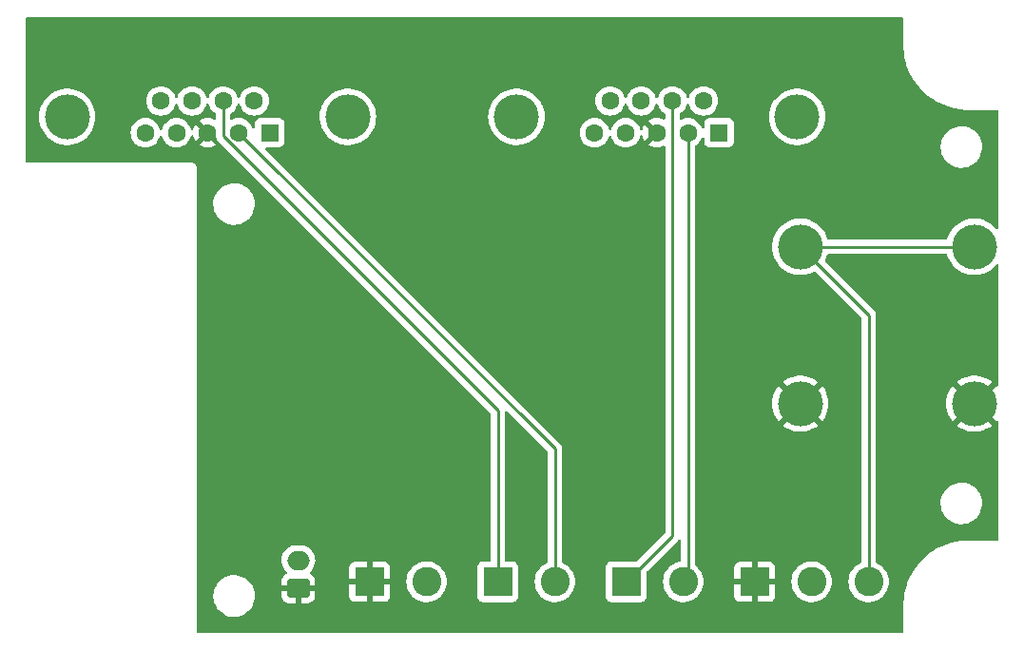
<source format=gtl>
G04 #@! TF.GenerationSoftware,KiCad,Pcbnew,7.0.6*
G04 #@! TF.CreationDate,2023-08-07T22:51:51+02:00*
G04 #@! TF.ProjectId,Box,426f782e-6b69-4636-9164-5f7063625858,rev?*
G04 #@! TF.SameCoordinates,Original*
G04 #@! TF.FileFunction,Copper,L1,Top*
G04 #@! TF.FilePolarity,Positive*
%FSLAX46Y46*%
G04 Gerber Fmt 4.6, Leading zero omitted, Abs format (unit mm)*
G04 Created by KiCad (PCBNEW 7.0.6) date 2023-08-07 22:51:51*
%MOMM*%
%LPD*%
G01*
G04 APERTURE LIST*
G04 Aperture macros list*
%AMRoundRect*
0 Rectangle with rounded corners*
0 $1 Rounding radius*
0 $2 $3 $4 $5 $6 $7 $8 $9 X,Y pos of 4 corners*
0 Add a 4 corners polygon primitive as box body*
4,1,4,$2,$3,$4,$5,$6,$7,$8,$9,$2,$3,0*
0 Add four circle primitives for the rounded corners*
1,1,$1+$1,$2,$3*
1,1,$1+$1,$4,$5*
1,1,$1+$1,$6,$7*
1,1,$1+$1,$8,$9*
0 Add four rect primitives between the rounded corners*
20,1,$1+$1,$2,$3,$4,$5,0*
20,1,$1+$1,$4,$5,$6,$7,0*
20,1,$1+$1,$6,$7,$8,$9,0*
20,1,$1+$1,$8,$9,$2,$3,0*%
G04 Aperture macros list end*
G04 #@! TA.AperFunction,ComponentPad*
%ADD10C,4.000000*%
G04 #@! TD*
G04 #@! TA.AperFunction,ComponentPad*
%ADD11R,2.600000X2.600000*%
G04 #@! TD*
G04 #@! TA.AperFunction,ComponentPad*
%ADD12C,2.600000*%
G04 #@! TD*
G04 #@! TA.AperFunction,ComponentPad*
%ADD13R,1.600000X1.600000*%
G04 #@! TD*
G04 #@! TA.AperFunction,ComponentPad*
%ADD14C,1.600000*%
G04 #@! TD*
G04 #@! TA.AperFunction,ComponentPad*
%ADD15RoundRect,0.250000X0.750000X-0.600000X0.750000X0.600000X-0.750000X0.600000X-0.750000X-0.600000X0*%
G04 #@! TD*
G04 #@! TA.AperFunction,ComponentPad*
%ADD16O,2.000000X1.700000*%
G04 #@! TD*
G04 #@! TA.AperFunction,Conductor*
%ADD17C,0.250000*%
G04 #@! TD*
G04 APERTURE END LIST*
D10*
X189484000Y-85090000D03*
X204984000Y-85090000D03*
X189484000Y-71120000D03*
X204984000Y-71120000D03*
D11*
X151130000Y-100965000D03*
D12*
X156210000Y-100965000D03*
D10*
X149200000Y-59540000D03*
X124200000Y-59540000D03*
D13*
X142240000Y-60960000D03*
D14*
X139470000Y-60960000D03*
X136700000Y-60960000D03*
X133930000Y-60960000D03*
X131160000Y-60960000D03*
X140855000Y-58120000D03*
X138085000Y-58120000D03*
X135315000Y-58120000D03*
X132545000Y-58120000D03*
D11*
X173990000Y-100965000D03*
D12*
X179070000Y-100965000D03*
D11*
X185420000Y-100965000D03*
D12*
X190500000Y-100965000D03*
X195580000Y-100965000D03*
D10*
X189205000Y-59540000D03*
X164205000Y-59540000D03*
D13*
X182245000Y-60960000D03*
D14*
X179475000Y-60960000D03*
X176705000Y-60960000D03*
X173935000Y-60960000D03*
X171165000Y-60960000D03*
X180860000Y-58120000D03*
X178090000Y-58120000D03*
X175320000Y-58120000D03*
X172550000Y-58120000D03*
D15*
X144780000Y-101560000D03*
D16*
X144780000Y-99060000D03*
D11*
X162560000Y-100965000D03*
D12*
X167640000Y-100965000D03*
D17*
X178090000Y-96865000D02*
X173990000Y-100965000D01*
X178090000Y-58120000D02*
X178090000Y-96865000D01*
X179475000Y-60960000D02*
X179475000Y-100560000D01*
X179475000Y-100560000D02*
X179070000Y-100965000D01*
X139470000Y-60960000D02*
X167640000Y-89130000D01*
X167640000Y-89130000D02*
X167640000Y-100965000D01*
X138085000Y-58120000D02*
X138085000Y-61250000D01*
X138085000Y-61250000D02*
X162560000Y-85725000D01*
X162560000Y-85725000D02*
X162560000Y-100965000D01*
X189484000Y-71120000D02*
X195580000Y-77216000D01*
X204984000Y-71120000D02*
X189484000Y-71120000D01*
X195580000Y-77216000D02*
X195580000Y-100965000D01*
G04 #@! TA.AperFunction,Conductor*
G36*
X198603939Y-50685185D02*
G01*
X198649694Y-50737989D01*
X198660900Y-50789500D01*
X198660899Y-53070169D01*
X198660900Y-53070174D01*
X198660900Y-53339642D01*
X198696714Y-53794706D01*
X198696714Y-53794707D01*
X198696715Y-53794713D01*
X198768124Y-54245574D01*
X198874688Y-54689441D01*
X198942579Y-54898390D01*
X199015746Y-55123576D01*
X199015746Y-55123575D01*
X199190435Y-55545313D01*
X199397676Y-55952046D01*
X199615573Y-56307622D01*
X199636183Y-56341253D01*
X199759686Y-56511240D01*
X199904498Y-56710556D01*
X199976294Y-56794618D01*
X200200956Y-57057664D01*
X200523736Y-57380444D01*
X200627443Y-57469018D01*
X200870844Y-57676902D01*
X200870847Y-57676904D01*
X201240147Y-57945217D01*
X201264347Y-57960047D01*
X201629354Y-58183724D01*
X202036087Y-58390965D01*
X202457825Y-58565654D01*
X202457824Y-58565654D01*
X202683009Y-58638820D01*
X202891959Y-58706712D01*
X203335826Y-58813276D01*
X203747692Y-58878508D01*
X203786693Y-58884686D01*
X203786694Y-58884686D01*
X204241758Y-58920500D01*
X204241760Y-58920500D01*
X204434201Y-58920500D01*
X207020500Y-58920500D01*
X207087539Y-58940185D01*
X207133294Y-58992989D01*
X207144500Y-59044500D01*
X207144500Y-69451801D01*
X207124815Y-69518840D01*
X207072011Y-69564595D01*
X207002853Y-69574539D01*
X206939297Y-69545514D01*
X206924960Y-69530847D01*
X206816233Y-69399418D01*
X206816232Y-69399417D01*
X206816227Y-69399411D01*
X206586141Y-69183347D01*
X206586131Y-69183339D01*
X206330790Y-68997823D01*
X206330783Y-68997818D01*
X206330779Y-68997816D01*
X206054179Y-68845753D01*
X206054176Y-68845751D01*
X206054171Y-68845749D01*
X206054170Y-68845748D01*
X205760705Y-68729557D01*
X205760702Y-68729556D01*
X205454978Y-68651060D01*
X205454965Y-68651058D01*
X205141832Y-68611500D01*
X205141821Y-68611500D01*
X204826179Y-68611500D01*
X204826167Y-68611500D01*
X204513034Y-68651058D01*
X204513021Y-68651060D01*
X204207297Y-68729556D01*
X204207294Y-68729557D01*
X203913829Y-68845748D01*
X203913828Y-68845749D01*
X203637221Y-68997816D01*
X203637209Y-68997823D01*
X203381868Y-69183339D01*
X203381858Y-69183347D01*
X203151772Y-69399411D01*
X202950561Y-69642634D01*
X202781442Y-69909123D01*
X202781436Y-69909134D01*
X202647046Y-70194727D01*
X202647044Y-70194732D01*
X202580083Y-70400818D01*
X202540646Y-70458494D01*
X202476287Y-70485692D01*
X202462152Y-70486500D01*
X192005848Y-70486500D01*
X191938809Y-70466815D01*
X191893054Y-70414011D01*
X191887917Y-70400818D01*
X191820955Y-70194732D01*
X191820953Y-70194727D01*
X191686563Y-69909134D01*
X191686562Y-69909131D01*
X191686557Y-69909123D01*
X191517438Y-69642634D01*
X191517436Y-69642632D01*
X191517432Y-69642625D01*
X191316233Y-69399418D01*
X191316232Y-69399417D01*
X191316227Y-69399411D01*
X191086141Y-69183347D01*
X191086131Y-69183339D01*
X190830790Y-68997823D01*
X190830783Y-68997818D01*
X190830779Y-68997816D01*
X190554179Y-68845753D01*
X190554176Y-68845751D01*
X190554171Y-68845749D01*
X190554170Y-68845748D01*
X190260705Y-68729557D01*
X190260702Y-68729556D01*
X189954978Y-68651060D01*
X189954965Y-68651058D01*
X189641832Y-68611500D01*
X189641821Y-68611500D01*
X189326179Y-68611500D01*
X189326167Y-68611500D01*
X189013034Y-68651058D01*
X189013021Y-68651060D01*
X188707297Y-68729556D01*
X188707294Y-68729557D01*
X188413829Y-68845748D01*
X188413828Y-68845749D01*
X188137221Y-68997816D01*
X188137209Y-68997823D01*
X187881868Y-69183339D01*
X187881858Y-69183347D01*
X187651772Y-69399411D01*
X187450561Y-69642634D01*
X187281442Y-69909123D01*
X187281436Y-69909134D01*
X187147046Y-70194727D01*
X187147044Y-70194732D01*
X187061343Y-70458494D01*
X187049505Y-70494928D01*
X187016220Y-70669409D01*
X186990357Y-70804987D01*
X186970540Y-71119994D01*
X186970540Y-71120005D01*
X186990357Y-71435012D01*
X186990359Y-71435020D01*
X187049505Y-71745072D01*
X187061343Y-71781506D01*
X187147044Y-72045267D01*
X187147046Y-72045272D01*
X187281436Y-72330865D01*
X187281442Y-72330876D01*
X187450561Y-72597365D01*
X187450563Y-72597368D01*
X187450568Y-72597375D01*
X187591516Y-72767751D01*
X187651772Y-72840588D01*
X187881858Y-73056652D01*
X187881868Y-73056660D01*
X188137209Y-73242176D01*
X188137214Y-73242178D01*
X188137221Y-73242184D01*
X188413821Y-73394247D01*
X188413826Y-73394249D01*
X188413828Y-73394250D01*
X188413829Y-73394251D01*
X188707294Y-73510442D01*
X188707297Y-73510443D01*
X189013021Y-73588939D01*
X189013025Y-73588940D01*
X189078717Y-73597238D01*
X189326167Y-73628499D01*
X189326176Y-73628499D01*
X189326179Y-73628500D01*
X189326181Y-73628500D01*
X189641819Y-73628500D01*
X189641821Y-73628500D01*
X189641824Y-73628499D01*
X189641832Y-73628499D01*
X189828693Y-73604892D01*
X189954975Y-73588940D01*
X190260702Y-73510443D01*
X190260705Y-73510442D01*
X190554170Y-73394251D01*
X190554172Y-73394249D01*
X190554179Y-73394247D01*
X190671441Y-73329780D01*
X190739669Y-73314734D01*
X190805203Y-73338963D01*
X190818858Y-73350762D01*
X194910181Y-77442085D01*
X194943666Y-77503408D01*
X194946500Y-77529766D01*
X194946500Y-99184879D01*
X194926815Y-99251918D01*
X194876302Y-99296599D01*
X194673219Y-99394398D01*
X194449256Y-99547093D01*
X194250560Y-99731456D01*
X194250558Y-99731458D01*
X194081557Y-99943379D01*
X193946029Y-100178120D01*
X193847003Y-100430435D01*
X193846997Y-100430454D01*
X193786684Y-100694705D01*
X193786683Y-100694710D01*
X193766429Y-100964995D01*
X193766429Y-100965004D01*
X193786683Y-101235289D01*
X193786684Y-101235294D01*
X193846997Y-101499545D01*
X193846999Y-101499554D01*
X193847001Y-101499559D01*
X193946029Y-101751879D01*
X194081557Y-101986621D01*
X194250558Y-102198542D01*
X194449257Y-102382907D01*
X194673215Y-102535599D01*
X194917428Y-102653206D01*
X195176442Y-102733101D01*
X195176443Y-102733101D01*
X195176446Y-102733102D01*
X195444464Y-102773499D01*
X195444469Y-102773499D01*
X195444472Y-102773500D01*
X195444473Y-102773500D01*
X195715527Y-102773500D01*
X195715528Y-102773500D01*
X195758726Y-102766989D01*
X195983553Y-102733102D01*
X195983554Y-102733101D01*
X195983558Y-102733101D01*
X196242572Y-102653206D01*
X196486786Y-102535599D01*
X196710743Y-102382907D01*
X196909442Y-102198542D01*
X197078443Y-101986621D01*
X197213971Y-101751879D01*
X197312999Y-101499559D01*
X197373315Y-101235299D01*
X197379303Y-101155394D01*
X197393571Y-100965004D01*
X197393571Y-100964995D01*
X197373316Y-100694710D01*
X197373315Y-100694705D01*
X197373315Y-100694701D01*
X197312999Y-100430441D01*
X197213971Y-100178121D01*
X197078443Y-99943379D01*
X196909442Y-99731458D01*
X196710743Y-99547093D01*
X196486786Y-99394401D01*
X196486783Y-99394400D01*
X196486781Y-99394398D01*
X196283698Y-99296599D01*
X196231839Y-99249777D01*
X196213500Y-99184879D01*
X196213500Y-94047763D01*
X201980787Y-94047763D01*
X202010413Y-94317013D01*
X202010415Y-94317024D01*
X202078926Y-94579082D01*
X202078928Y-94579088D01*
X202184870Y-94828390D01*
X202256998Y-94946575D01*
X202325979Y-95059605D01*
X202325986Y-95059615D01*
X202499253Y-95267819D01*
X202499259Y-95267824D01*
X202700998Y-95448582D01*
X202926910Y-95598044D01*
X203172176Y-95713020D01*
X203172183Y-95713022D01*
X203172185Y-95713023D01*
X203431557Y-95791057D01*
X203431564Y-95791058D01*
X203431569Y-95791060D01*
X203699561Y-95830500D01*
X203699566Y-95830500D01*
X203902636Y-95830500D01*
X203954133Y-95826730D01*
X204105156Y-95815677D01*
X204217758Y-95790593D01*
X204369546Y-95756782D01*
X204369548Y-95756781D01*
X204369553Y-95756780D01*
X204622558Y-95660014D01*
X204858777Y-95527441D01*
X205073177Y-95361888D01*
X205261186Y-95166881D01*
X205418799Y-94946579D01*
X205492787Y-94802669D01*
X205542649Y-94705690D01*
X205542651Y-94705684D01*
X205542656Y-94705675D01*
X205630118Y-94449305D01*
X205679319Y-94182933D01*
X205689212Y-93912235D01*
X205659586Y-93642982D01*
X205591072Y-93380912D01*
X205485130Y-93131610D01*
X205344018Y-92900390D01*
X205254747Y-92793119D01*
X205170746Y-92692180D01*
X205170740Y-92692175D01*
X204969002Y-92511418D01*
X204743092Y-92361957D01*
X204743090Y-92361956D01*
X204497824Y-92246980D01*
X204497819Y-92246978D01*
X204497814Y-92246976D01*
X204238442Y-92168942D01*
X204238428Y-92168939D01*
X204122791Y-92151921D01*
X203970439Y-92129500D01*
X203767369Y-92129500D01*
X203767364Y-92129500D01*
X203564844Y-92144323D01*
X203564831Y-92144325D01*
X203300453Y-92203217D01*
X203300446Y-92203220D01*
X203047439Y-92299987D01*
X202811226Y-92432557D01*
X202596822Y-92598112D01*
X202408822Y-92793109D01*
X202408816Y-92793116D01*
X202251202Y-93013419D01*
X202251199Y-93013424D01*
X202127350Y-93254309D01*
X202127343Y-93254327D01*
X202039884Y-93510685D01*
X202039881Y-93510699D01*
X201990681Y-93777068D01*
X201990680Y-93777075D01*
X201980787Y-94047763D01*
X196213500Y-94047763D01*
X196213500Y-77299631D01*
X196215239Y-77283879D01*
X196214968Y-77283854D01*
X196215700Y-77276098D01*
X196215702Y-77276091D01*
X196213500Y-77206028D01*
X196213500Y-77176144D01*
X196212614Y-77169141D01*
X196212157Y-77163322D01*
X196210674Y-77116111D01*
X196204976Y-77096499D01*
X196201033Y-77077466D01*
X196198474Y-77057203D01*
X196181085Y-77013286D01*
X196179196Y-77007766D01*
X196166018Y-76962407D01*
X196155626Y-76944835D01*
X196147066Y-76927362D01*
X196139552Y-76908383D01*
X196111794Y-76870179D01*
X196108587Y-76865296D01*
X196098873Y-76848871D01*
X196084542Y-76824638D01*
X196070108Y-76810204D01*
X196057471Y-76795409D01*
X196045472Y-76778893D01*
X196045470Y-76778890D01*
X196009073Y-76748781D01*
X196004751Y-76744847D01*
X191717534Y-72457629D01*
X191684049Y-72396306D01*
X191689033Y-72326614D01*
X191693017Y-72317151D01*
X191820953Y-72045272D01*
X191820956Y-72045266D01*
X191887917Y-71839181D01*
X191927354Y-71781506D01*
X191991713Y-71754308D01*
X192005848Y-71753500D01*
X202462152Y-71753500D01*
X202529191Y-71773185D01*
X202574946Y-71825989D01*
X202580083Y-71839182D01*
X202647044Y-72045267D01*
X202647046Y-72045272D01*
X202781436Y-72330865D01*
X202781442Y-72330876D01*
X202950561Y-72597365D01*
X202950563Y-72597368D01*
X202950568Y-72597375D01*
X203091516Y-72767751D01*
X203151772Y-72840588D01*
X203381858Y-73056652D01*
X203381868Y-73056660D01*
X203637209Y-73242176D01*
X203637214Y-73242178D01*
X203637221Y-73242184D01*
X203913821Y-73394247D01*
X203913826Y-73394249D01*
X203913828Y-73394250D01*
X203913829Y-73394251D01*
X204207294Y-73510442D01*
X204207297Y-73510443D01*
X204513021Y-73588939D01*
X204513025Y-73588940D01*
X204578717Y-73597238D01*
X204826167Y-73628499D01*
X204826176Y-73628499D01*
X204826179Y-73628500D01*
X204826181Y-73628500D01*
X205141819Y-73628500D01*
X205141821Y-73628500D01*
X205141824Y-73628499D01*
X205141832Y-73628499D01*
X205328692Y-73604892D01*
X205454975Y-73588940D01*
X205760702Y-73510443D01*
X205760705Y-73510442D01*
X206054170Y-73394251D01*
X206054171Y-73394250D01*
X206054169Y-73394250D01*
X206054179Y-73394247D01*
X206330779Y-73242184D01*
X206586140Y-73056654D01*
X206816233Y-72840582D01*
X206924957Y-72709156D01*
X206982856Y-72670050D01*
X207052707Y-72668454D01*
X207112333Y-72704875D01*
X207142803Y-72767751D01*
X207144500Y-72788198D01*
X207144500Y-83435136D01*
X207124815Y-83502175D01*
X207072011Y-83547930D01*
X207002853Y-83557874D01*
X206939297Y-83528849D01*
X206924957Y-83514177D01*
X206919712Y-83507838D01*
X205845649Y-84581901D01*
X205778854Y-84474737D01*
X205638732Y-84327329D01*
X205493913Y-84226531D01*
X206569027Y-83151419D01*
X206569026Y-83151417D01*
X206326227Y-82975014D01*
X206326209Y-82975003D01*
X206050552Y-82823459D01*
X206050544Y-82823455D01*
X205758073Y-82707659D01*
X205453379Y-82629426D01*
X205453370Y-82629424D01*
X205141298Y-82590000D01*
X204826701Y-82590000D01*
X204514629Y-82629424D01*
X204514620Y-82629426D01*
X204209926Y-82707659D01*
X203917455Y-82823455D01*
X203917447Y-82823459D01*
X203641787Y-82975004D01*
X203641782Y-82975007D01*
X203398972Y-83151418D01*
X203398971Y-83151419D01*
X204475874Y-84228321D01*
X204409786Y-84265004D01*
X204255469Y-84397480D01*
X204130979Y-84558308D01*
X204120374Y-84579926D01*
X203048286Y-83507838D01*
X203048285Y-83507838D01*
X202957459Y-83617629D01*
X202957457Y-83617632D01*
X202788903Y-83883232D01*
X202788900Y-83883238D01*
X202654965Y-84167862D01*
X202654963Y-84167867D01*
X202557755Y-84467041D01*
X202498808Y-84776050D01*
X202498807Y-84776057D01*
X202479057Y-85089994D01*
X202479057Y-85090005D01*
X202498807Y-85403942D01*
X202498808Y-85403949D01*
X202557755Y-85712958D01*
X202654963Y-86012132D01*
X202654965Y-86012137D01*
X202788900Y-86296761D01*
X202788903Y-86296767D01*
X202957457Y-86562367D01*
X202957460Y-86562371D01*
X203048286Y-86672160D01*
X204122349Y-85598097D01*
X204189146Y-85705263D01*
X204329268Y-85852671D01*
X204474085Y-85953466D01*
X203398971Y-87028579D01*
X203398972Y-87028581D01*
X203641772Y-87204985D01*
X203641790Y-87204996D01*
X203917447Y-87356540D01*
X203917455Y-87356544D01*
X204209926Y-87472340D01*
X204514620Y-87550573D01*
X204514629Y-87550575D01*
X204826701Y-87589999D01*
X204826715Y-87590000D01*
X205141285Y-87590000D01*
X205141298Y-87589999D01*
X205453370Y-87550575D01*
X205453379Y-87550573D01*
X205758073Y-87472340D01*
X206050544Y-87356544D01*
X206050552Y-87356540D01*
X206326209Y-87204996D01*
X206326219Y-87204990D01*
X206569026Y-87028579D01*
X206569027Y-87028579D01*
X205492125Y-85951678D01*
X205558214Y-85914996D01*
X205712531Y-85782520D01*
X205837021Y-85621692D01*
X205847625Y-85600072D01*
X206919712Y-86672160D01*
X206924956Y-86665822D01*
X206982856Y-86626714D01*
X207052707Y-86625118D01*
X207112333Y-86661539D01*
X207142803Y-86724415D01*
X207144500Y-86744862D01*
X207144500Y-97165500D01*
X207124815Y-97232539D01*
X207072011Y-97278294D01*
X207020500Y-97289500D01*
X204241758Y-97289500D01*
X203786694Y-97325314D01*
X203786693Y-97325314D01*
X203786686Y-97325315D01*
X203786687Y-97325315D01*
X203335826Y-97396724D01*
X202891959Y-97503288D01*
X202683009Y-97571179D01*
X202457824Y-97644346D01*
X202457825Y-97644346D01*
X202457820Y-97644347D01*
X202457820Y-97644348D01*
X202284361Y-97716197D01*
X202036087Y-97819035D01*
X201629354Y-98026276D01*
X201359414Y-98191696D01*
X201240147Y-98264783D01*
X200979256Y-98454332D01*
X200870844Y-98533098D01*
X200849131Y-98551643D01*
X200523736Y-98829556D01*
X200200956Y-99152336D01*
X200094659Y-99276794D01*
X199904498Y-99499444D01*
X199904496Y-99499447D01*
X199636183Y-99868747D01*
X199636179Y-99868752D01*
X199636180Y-99868752D01*
X199397676Y-100257954D01*
X199397672Y-100257960D01*
X199397673Y-100257960D01*
X199190435Y-100664687D01*
X199026692Y-101060000D01*
X199015747Y-101086424D01*
X199015746Y-101086425D01*
X199015746Y-101086424D01*
X198956613Y-101268419D01*
X198874688Y-101520559D01*
X198768124Y-101964426D01*
X198720727Y-102263682D01*
X198696714Y-102415293D01*
X198696714Y-102415294D01*
X198660900Y-102870358D01*
X198660900Y-105420500D01*
X198641215Y-105487539D01*
X198588411Y-105533294D01*
X198536900Y-105544500D01*
X135879500Y-105544500D01*
X135812461Y-105524815D01*
X135766706Y-105472011D01*
X135755500Y-105420500D01*
X135755500Y-102302763D01*
X137210787Y-102302763D01*
X137240413Y-102572013D01*
X137240415Y-102572024D01*
X137291386Y-102766989D01*
X137308928Y-102834088D01*
X137414870Y-103083390D01*
X137486998Y-103201575D01*
X137555979Y-103314605D01*
X137555986Y-103314615D01*
X137729253Y-103522819D01*
X137729259Y-103522824D01*
X137930998Y-103703582D01*
X138156910Y-103853044D01*
X138402176Y-103968020D01*
X138402183Y-103968022D01*
X138402185Y-103968023D01*
X138661557Y-104046057D01*
X138661564Y-104046058D01*
X138661569Y-104046060D01*
X138929561Y-104085500D01*
X138929566Y-104085500D01*
X139132636Y-104085500D01*
X139184133Y-104081730D01*
X139335156Y-104070677D01*
X139447758Y-104045593D01*
X139599546Y-104011782D01*
X139599548Y-104011781D01*
X139599553Y-104011780D01*
X139852558Y-103915014D01*
X140088777Y-103782441D01*
X140303177Y-103616888D01*
X140491186Y-103421881D01*
X140648799Y-103201579D01*
X140722787Y-103057669D01*
X140772649Y-102960690D01*
X140772651Y-102960684D01*
X140772656Y-102960675D01*
X140860118Y-102704305D01*
X140909319Y-102437933D01*
X140919212Y-102167235D01*
X140889586Y-101897982D01*
X140821072Y-101635912D01*
X140715130Y-101386610D01*
X140574018Y-101155390D01*
X140516625Y-101086425D01*
X140400746Y-100947180D01*
X140400740Y-100947175D01*
X140199002Y-100766418D01*
X139973092Y-100616957D01*
X139966667Y-100613945D01*
X139727824Y-100501980D01*
X139727819Y-100501978D01*
X139727814Y-100501976D01*
X139468442Y-100423942D01*
X139468428Y-100423939D01*
X139352791Y-100406921D01*
X139200439Y-100384500D01*
X138997369Y-100384500D01*
X138997364Y-100384500D01*
X138794844Y-100399323D01*
X138794831Y-100399325D01*
X138530453Y-100458217D01*
X138530446Y-100458220D01*
X138277439Y-100554987D01*
X138041226Y-100687557D01*
X138041224Y-100687558D01*
X138041223Y-100687559D01*
X137978893Y-100735688D01*
X137826822Y-100853112D01*
X137638822Y-101048109D01*
X137638816Y-101048116D01*
X137481202Y-101268419D01*
X137481199Y-101268424D01*
X137357350Y-101509309D01*
X137357343Y-101509327D01*
X137269884Y-101765685D01*
X137269881Y-101765699D01*
X137246774Y-101890798D01*
X137229076Y-101986620D01*
X137220681Y-102032068D01*
X137220680Y-102032075D01*
X137210787Y-102302763D01*
X135755500Y-102302763D01*
X135755500Y-99002135D01*
X143267816Y-99002135D01*
X143277630Y-99233172D01*
X143277630Y-99233178D01*
X143326351Y-99459240D01*
X143412572Y-99673809D01*
X143412574Y-99673813D01*
X143533821Y-99870730D01*
X143686602Y-100044324D01*
X143723235Y-100073903D01*
X143763027Y-100131332D01*
X143765454Y-100201160D01*
X143729743Y-100261214D01*
X143710432Y-100275916D01*
X143561659Y-100367680D01*
X143561655Y-100367683D01*
X143437684Y-100491654D01*
X143345643Y-100640875D01*
X143345641Y-100640880D01*
X143290494Y-100807302D01*
X143290493Y-100807309D01*
X143280000Y-100910013D01*
X143280000Y-100910026D01*
X143279999Y-101309999D01*
X143280000Y-101310000D01*
X144346314Y-101310000D01*
X144320507Y-101350156D01*
X144280000Y-101488111D01*
X144280000Y-101631889D01*
X144320507Y-101769844D01*
X144346314Y-101810000D01*
X143280001Y-101810000D01*
X143280001Y-102209986D01*
X143290494Y-102312697D01*
X143345641Y-102479119D01*
X143345643Y-102479124D01*
X143437684Y-102628345D01*
X143561654Y-102752315D01*
X143710875Y-102844356D01*
X143710880Y-102844358D01*
X143877302Y-102899505D01*
X143877309Y-102899506D01*
X143980019Y-102909999D01*
X144529999Y-102909999D01*
X144530000Y-102909998D01*
X144530000Y-101995501D01*
X144637685Y-102044680D01*
X144744237Y-102060000D01*
X144815763Y-102060000D01*
X144922315Y-102044680D01*
X145030000Y-101995501D01*
X145030000Y-102909999D01*
X145579972Y-102909999D01*
X145579986Y-102909998D01*
X145682697Y-102899505D01*
X145849119Y-102844358D01*
X145849124Y-102844356D01*
X145998345Y-102752315D01*
X146122315Y-102628345D01*
X146214356Y-102479124D01*
X146214358Y-102479119D01*
X146269456Y-102312844D01*
X149330000Y-102312844D01*
X149336401Y-102372372D01*
X149336403Y-102372379D01*
X149386645Y-102507086D01*
X149386649Y-102507093D01*
X149472809Y-102622187D01*
X149472812Y-102622190D01*
X149587906Y-102708350D01*
X149587913Y-102708354D01*
X149722620Y-102758596D01*
X149722627Y-102758598D01*
X149782155Y-102764999D01*
X149782172Y-102765000D01*
X150880000Y-102765000D01*
X150880000Y-101569310D01*
X150888817Y-101574158D01*
X151047886Y-101615000D01*
X151170894Y-101615000D01*
X151292933Y-101599583D01*
X151380000Y-101565110D01*
X151380000Y-102765000D01*
X152477828Y-102765000D01*
X152477844Y-102764999D01*
X152537372Y-102758598D01*
X152537379Y-102758596D01*
X152672086Y-102708354D01*
X152672093Y-102708350D01*
X152787187Y-102622190D01*
X152787190Y-102622187D01*
X152873350Y-102507093D01*
X152873354Y-102507086D01*
X152923596Y-102372379D01*
X152923598Y-102372372D01*
X152929999Y-102312844D01*
X152930000Y-102312827D01*
X152930000Y-101215000D01*
X151730728Y-101215000D01*
X151753100Y-101167457D01*
X151783873Y-101006138D01*
X151781285Y-100965004D01*
X154396429Y-100965004D01*
X154416683Y-101235289D01*
X154416684Y-101235294D01*
X154476997Y-101499545D01*
X154476999Y-101499554D01*
X154477001Y-101499559D01*
X154576029Y-101751879D01*
X154711557Y-101986621D01*
X154880558Y-102198542D01*
X155079257Y-102382907D01*
X155303215Y-102535599D01*
X155547428Y-102653206D01*
X155806442Y-102733101D01*
X155806443Y-102733101D01*
X155806446Y-102733102D01*
X156074464Y-102773499D01*
X156074469Y-102773499D01*
X156074472Y-102773500D01*
X156074473Y-102773500D01*
X156345527Y-102773500D01*
X156345528Y-102773500D01*
X156388726Y-102766989D01*
X156613553Y-102733102D01*
X156613554Y-102733101D01*
X156613558Y-102733101D01*
X156872572Y-102653206D01*
X157116786Y-102535599D01*
X157340743Y-102382907D01*
X157539442Y-102198542D01*
X157708443Y-101986621D01*
X157843971Y-101751879D01*
X157942999Y-101499559D01*
X158003315Y-101235299D01*
X158009303Y-101155394D01*
X158023571Y-100965004D01*
X158023571Y-100964995D01*
X158003316Y-100694710D01*
X158003315Y-100694705D01*
X158003315Y-100694701D01*
X157942999Y-100430441D01*
X157843971Y-100178121D01*
X157708443Y-99943379D01*
X157539442Y-99731458D01*
X157340743Y-99547093D01*
X157116786Y-99394401D01*
X157116780Y-99394398D01*
X157116779Y-99394397D01*
X157116778Y-99394396D01*
X156872574Y-99276795D01*
X156872576Y-99276795D01*
X156613559Y-99196899D01*
X156613553Y-99196897D01*
X156345535Y-99156500D01*
X156345528Y-99156500D01*
X156074472Y-99156500D01*
X156074464Y-99156500D01*
X155806446Y-99196897D01*
X155806440Y-99196899D01*
X155547427Y-99276794D01*
X155303219Y-99394398D01*
X155079256Y-99547093D01*
X154880560Y-99731456D01*
X154880558Y-99731458D01*
X154711557Y-99943379D01*
X154576029Y-100178120D01*
X154477003Y-100430435D01*
X154476997Y-100430454D01*
X154416684Y-100694705D01*
X154416683Y-100694710D01*
X154396429Y-100964995D01*
X154396429Y-100965004D01*
X151781285Y-100965004D01*
X151773561Y-100842234D01*
X151732220Y-100715000D01*
X152930000Y-100715000D01*
X152930000Y-99617172D01*
X152929999Y-99617155D01*
X152923598Y-99557627D01*
X152923596Y-99557620D01*
X152873354Y-99422913D01*
X152873350Y-99422906D01*
X152787190Y-99307812D01*
X152787187Y-99307809D01*
X152672093Y-99221649D01*
X152672086Y-99221645D01*
X152537379Y-99171403D01*
X152537372Y-99171401D01*
X152477844Y-99165000D01*
X151380000Y-99165000D01*
X151380000Y-100360689D01*
X151371183Y-100355842D01*
X151212114Y-100315000D01*
X151089106Y-100315000D01*
X150967067Y-100330417D01*
X150880000Y-100364889D01*
X150880000Y-99165000D01*
X149782155Y-99165000D01*
X149722627Y-99171401D01*
X149722620Y-99171403D01*
X149587913Y-99221645D01*
X149587906Y-99221649D01*
X149472812Y-99307809D01*
X149472809Y-99307812D01*
X149386649Y-99422906D01*
X149386645Y-99422913D01*
X149336403Y-99557620D01*
X149336401Y-99557627D01*
X149330000Y-99617155D01*
X149330000Y-100715000D01*
X150529272Y-100715000D01*
X150506900Y-100762543D01*
X150476127Y-100923862D01*
X150486439Y-101087766D01*
X150527780Y-101215000D01*
X149330000Y-101215000D01*
X149330000Y-102312844D01*
X146269456Y-102312844D01*
X146269505Y-102312697D01*
X146269506Y-102312690D01*
X146279999Y-102209986D01*
X146280000Y-102209973D01*
X146280000Y-101810000D01*
X145213686Y-101810000D01*
X145239493Y-101769844D01*
X145280000Y-101631889D01*
X145280000Y-101488111D01*
X145239493Y-101350156D01*
X145213686Y-101310000D01*
X146279999Y-101310000D01*
X146279999Y-100910028D01*
X146279998Y-100910013D01*
X146269505Y-100807302D01*
X146214358Y-100640880D01*
X146214356Y-100640875D01*
X146122315Y-100491654D01*
X145998345Y-100367684D01*
X145849152Y-100275661D01*
X145802428Y-100223713D01*
X145791205Y-100154750D01*
X145819049Y-100090668D01*
X145828437Y-100080611D01*
X145953476Y-99960772D01*
X146090985Y-99774847D01*
X146195095Y-99568357D01*
X146262811Y-99347243D01*
X146292184Y-99117865D01*
X146291405Y-99099539D01*
X146282369Y-98886827D01*
X146282369Y-98886821D01*
X146233648Y-98660759D01*
X146147427Y-98446190D01*
X146147426Y-98446187D01*
X146026179Y-98249270D01*
X145873398Y-98075676D01*
X145873396Y-98075674D01*
X145873394Y-98075672D01*
X145693482Y-97930404D01*
X145693476Y-97930399D01*
X145491594Y-97817621D01*
X145273553Y-97740582D01*
X145273543Y-97740579D01*
X145045634Y-97701500D01*
X145045625Y-97701500D01*
X144572287Y-97701500D01*
X144572281Y-97701500D01*
X144399586Y-97716197D01*
X144175793Y-97774469D01*
X144175789Y-97774470D01*
X143965080Y-97869716D01*
X143965068Y-97869723D01*
X143773486Y-97999209D01*
X143773477Y-97999217D01*
X143606528Y-98159223D01*
X143469013Y-98345155D01*
X143364905Y-98551641D01*
X143297188Y-98772759D01*
X143267816Y-99002135D01*
X135755500Y-99002135D01*
X135755500Y-67377763D01*
X137210787Y-67377763D01*
X137240413Y-67647013D01*
X137240415Y-67647024D01*
X137308926Y-67909082D01*
X137308928Y-67909088D01*
X137414870Y-68158390D01*
X137486998Y-68276575D01*
X137555979Y-68389605D01*
X137555986Y-68389615D01*
X137729253Y-68597819D01*
X137729259Y-68597824D01*
X137834240Y-68691887D01*
X137930998Y-68778582D01*
X138156910Y-68928044D01*
X138402176Y-69043020D01*
X138402183Y-69043022D01*
X138402185Y-69043023D01*
X138661557Y-69121057D01*
X138661564Y-69121058D01*
X138661569Y-69121060D01*
X138929561Y-69160500D01*
X138929566Y-69160500D01*
X139132636Y-69160500D01*
X139184133Y-69156730D01*
X139335156Y-69145677D01*
X139447758Y-69120593D01*
X139599546Y-69086782D01*
X139599548Y-69086781D01*
X139599553Y-69086780D01*
X139852558Y-68990014D01*
X140088777Y-68857441D01*
X140303177Y-68691888D01*
X140491186Y-68496881D01*
X140648799Y-68276579D01*
X140722787Y-68132669D01*
X140772649Y-68035690D01*
X140772651Y-68035684D01*
X140772656Y-68035675D01*
X140860118Y-67779305D01*
X140909319Y-67512933D01*
X140919212Y-67242235D01*
X140889586Y-66972982D01*
X140821072Y-66710912D01*
X140715130Y-66461610D01*
X140574018Y-66230390D01*
X140484747Y-66123119D01*
X140400746Y-66022180D01*
X140400740Y-66022175D01*
X140199002Y-65841418D01*
X139973092Y-65691957D01*
X139973090Y-65691956D01*
X139727824Y-65576980D01*
X139727819Y-65576978D01*
X139727814Y-65576976D01*
X139468442Y-65498942D01*
X139468428Y-65498939D01*
X139352791Y-65481921D01*
X139200439Y-65459500D01*
X138997369Y-65459500D01*
X138997364Y-65459500D01*
X138794844Y-65474323D01*
X138794831Y-65474325D01*
X138530453Y-65533217D01*
X138530446Y-65533220D01*
X138277439Y-65629987D01*
X138041226Y-65762557D01*
X137826822Y-65928112D01*
X137638822Y-66123109D01*
X137638816Y-66123116D01*
X137481202Y-66343419D01*
X137481199Y-66343424D01*
X137357350Y-66584309D01*
X137357343Y-66584327D01*
X137269884Y-66840685D01*
X137269881Y-66840699D01*
X137220681Y-67107068D01*
X137220680Y-67107075D01*
X137210787Y-67377763D01*
X135755500Y-67377763D01*
X135755500Y-64063039D01*
X135755500Y-64063038D01*
X135747809Y-64036846D01*
X135744050Y-64019564D01*
X135740165Y-63992546D01*
X135740165Y-63992543D01*
X135740163Y-63992538D01*
X135728826Y-63967713D01*
X135722643Y-63951136D01*
X135714953Y-63924948D01*
X135714953Y-63924946D01*
X135700192Y-63901978D01*
X135691714Y-63886451D01*
X135691005Y-63884899D01*
X135680377Y-63861627D01*
X135662500Y-63840996D01*
X135651905Y-63826844D01*
X135637143Y-63803872D01*
X135637142Y-63803871D01*
X135616510Y-63785992D01*
X135604006Y-63773488D01*
X135586128Y-63752857D01*
X135586123Y-63752853D01*
X135563160Y-63738095D01*
X135549000Y-63727496D01*
X135542007Y-63721437D01*
X135528373Y-63709623D01*
X135503541Y-63698282D01*
X135488019Y-63689806D01*
X135465053Y-63675047D01*
X135465051Y-63675046D01*
X135438858Y-63667355D01*
X135422288Y-63661174D01*
X135397457Y-63649835D01*
X135370423Y-63645947D01*
X135353154Y-63642190D01*
X135326963Y-63634500D01*
X135326961Y-63634500D01*
X135290799Y-63634500D01*
X120639500Y-63634500D01*
X120572461Y-63614815D01*
X120526706Y-63562011D01*
X120515500Y-63510500D01*
X120515500Y-59540005D01*
X121686540Y-59540005D01*
X121706357Y-59855012D01*
X121712807Y-59888822D01*
X121765505Y-60165072D01*
X121810402Y-60303251D01*
X121863044Y-60465267D01*
X121863046Y-60465272D01*
X121997436Y-60750865D01*
X121997442Y-60750876D01*
X122166561Y-61017365D01*
X122166563Y-61017368D01*
X122166568Y-61017375D01*
X122350691Y-61239941D01*
X122367772Y-61260588D01*
X122597858Y-61476652D01*
X122597868Y-61476660D01*
X122853209Y-61662176D01*
X122853214Y-61662178D01*
X122853221Y-61662184D01*
X123129821Y-61814247D01*
X123129826Y-61814249D01*
X123129828Y-61814250D01*
X123129829Y-61814251D01*
X123423294Y-61930442D01*
X123423297Y-61930443D01*
X123562555Y-61966198D01*
X123729025Y-62008940D01*
X123794717Y-62017238D01*
X124042167Y-62048499D01*
X124042176Y-62048499D01*
X124042179Y-62048500D01*
X124042181Y-62048500D01*
X124357819Y-62048500D01*
X124357821Y-62048500D01*
X124357824Y-62048499D01*
X124357832Y-62048499D01*
X124544692Y-62024892D01*
X124670975Y-62008940D01*
X124976702Y-61930443D01*
X124976705Y-61930442D01*
X125270170Y-61814251D01*
X125270171Y-61814250D01*
X125270169Y-61814250D01*
X125270179Y-61814247D01*
X125546779Y-61662184D01*
X125802140Y-61476654D01*
X125990514Y-61299759D01*
X126032227Y-61260588D01*
X126032228Y-61260586D01*
X126032233Y-61260582D01*
X126233432Y-61017375D01*
X126269843Y-60960001D01*
X129846502Y-60960001D01*
X129866456Y-61188081D01*
X129866457Y-61188089D01*
X129925714Y-61409238D01*
X129925718Y-61409249D01*
X129986052Y-61538635D01*
X130022477Y-61616749D01*
X130153802Y-61804300D01*
X130315700Y-61966198D01*
X130503251Y-62097523D01*
X130603452Y-62144247D01*
X130710750Y-62194281D01*
X130710752Y-62194281D01*
X130710757Y-62194284D01*
X130931913Y-62253543D01*
X131094832Y-62267796D01*
X131159998Y-62273498D01*
X131160000Y-62273498D01*
X131160002Y-62273498D01*
X131217139Y-62268499D01*
X131388087Y-62253543D01*
X131609243Y-62194284D01*
X131816749Y-62097523D01*
X132004300Y-61966198D01*
X132166198Y-61804300D01*
X132297523Y-61616749D01*
X132394284Y-61409243D01*
X132425225Y-61293769D01*
X132461590Y-61234109D01*
X132524437Y-61203580D01*
X132593812Y-61211875D01*
X132647690Y-61256360D01*
X132664775Y-61293770D01*
X132695713Y-61409235D01*
X132695718Y-61409249D01*
X132756052Y-61538635D01*
X132792477Y-61616749D01*
X132923802Y-61804300D01*
X133085700Y-61966198D01*
X133273251Y-62097523D01*
X133373452Y-62144247D01*
X133480750Y-62194281D01*
X133480752Y-62194281D01*
X133480757Y-62194284D01*
X133701913Y-62253543D01*
X133864832Y-62267796D01*
X133929998Y-62273498D01*
X133930000Y-62273498D01*
X133930002Y-62273498D01*
X133987139Y-62268499D01*
X134158087Y-62253543D01*
X134379243Y-62194284D01*
X134586749Y-62097523D01*
X134774300Y-61966198D01*
X134936198Y-61804300D01*
X135067523Y-61616749D01*
X135164284Y-61409243D01*
X135199625Y-61277349D01*
X135235989Y-61217690D01*
X135298835Y-61187161D01*
X135368211Y-61195455D01*
X135422089Y-61239941D01*
X135439174Y-61277350D01*
X135473731Y-61406320D01*
X135473734Y-61406326D01*
X135569865Y-61612481D01*
X135569866Y-61612483D01*
X135620973Y-61685471D01*
X135620974Y-61685472D01*
X136216922Y-61089523D01*
X136240507Y-61169844D01*
X136318239Y-61290798D01*
X136426900Y-61384952D01*
X136557685Y-61444680D01*
X136567466Y-61446086D01*
X135974526Y-62039025D01*
X135974526Y-62039026D01*
X136047512Y-62090131D01*
X136047516Y-62090133D01*
X136253673Y-62186265D01*
X136253682Y-62186269D01*
X136473389Y-62245139D01*
X136473400Y-62245141D01*
X136699998Y-62264966D01*
X136700002Y-62264966D01*
X136926599Y-62245141D01*
X136926610Y-62245139D01*
X137146317Y-62186269D01*
X137146331Y-62186264D01*
X137352478Y-62090136D01*
X137425472Y-62039025D01*
X136832534Y-61446086D01*
X136842315Y-61444680D01*
X136973100Y-61384952D01*
X137081761Y-61290798D01*
X137159493Y-61169844D01*
X137183076Y-61089523D01*
X137431325Y-61337772D01*
X137464810Y-61399095D01*
X137466372Y-61408196D01*
X137466528Y-61408803D01*
X137483914Y-61452716D01*
X137485806Y-61458244D01*
X137498981Y-61503592D01*
X137509372Y-61521162D01*
X137517932Y-61538635D01*
X137525447Y-61557617D01*
X137553209Y-61595827D01*
X137556416Y-61600710D01*
X137580458Y-61641362D01*
X137580462Y-61641366D01*
X137594889Y-61655793D01*
X137607526Y-61670588D01*
X137619528Y-61687107D01*
X137655931Y-61717222D01*
X137660231Y-61721135D01*
X152683943Y-76744847D01*
X161890181Y-85951085D01*
X161923666Y-86012408D01*
X161926500Y-86038766D01*
X161926500Y-99032500D01*
X161906815Y-99099539D01*
X161854011Y-99145294D01*
X161802500Y-99156500D01*
X161211345Y-99156500D01*
X161150797Y-99163011D01*
X161150795Y-99163011D01*
X161013795Y-99214111D01*
X160896739Y-99301739D01*
X160809111Y-99418795D01*
X160758011Y-99555795D01*
X160758011Y-99555797D01*
X160751500Y-99616345D01*
X160751500Y-102313654D01*
X160758011Y-102374202D01*
X160758011Y-102374204D01*
X160807575Y-102507086D01*
X160809111Y-102511204D01*
X160896739Y-102628261D01*
X161013796Y-102715889D01*
X161111457Y-102752315D01*
X161145463Y-102764999D01*
X161150799Y-102766989D01*
X161178050Y-102769918D01*
X161211345Y-102773499D01*
X161211362Y-102773500D01*
X163908638Y-102773500D01*
X163908654Y-102773499D01*
X163935692Y-102770591D01*
X163969201Y-102766989D01*
X163974537Y-102764999D01*
X164008543Y-102752315D01*
X164106204Y-102715889D01*
X164223261Y-102628261D01*
X164310889Y-102511204D01*
X164361989Y-102374201D01*
X164365591Y-102340692D01*
X164368499Y-102313654D01*
X164368500Y-102313637D01*
X164368500Y-99616362D01*
X164368499Y-99616345D01*
X164363339Y-99568357D01*
X164361989Y-99555799D01*
X164310889Y-99418796D01*
X164223261Y-99301739D01*
X164106204Y-99214111D01*
X164060063Y-99196901D01*
X163969203Y-99163011D01*
X163908654Y-99156500D01*
X163908638Y-99156500D01*
X163317500Y-99156500D01*
X163250461Y-99136815D01*
X163204706Y-99084011D01*
X163193500Y-99032500D01*
X163193500Y-85878766D01*
X163213185Y-85811727D01*
X163265989Y-85765972D01*
X163335147Y-85756028D01*
X163398703Y-85785053D01*
X163405167Y-85791072D01*
X165164669Y-87550573D01*
X166970181Y-89356085D01*
X167003666Y-89417408D01*
X167006500Y-89443766D01*
X167006500Y-99184879D01*
X166986815Y-99251918D01*
X166936302Y-99296599D01*
X166733219Y-99394398D01*
X166509256Y-99547093D01*
X166310560Y-99731456D01*
X166310558Y-99731458D01*
X166141557Y-99943379D01*
X166006029Y-100178120D01*
X165907003Y-100430435D01*
X165906997Y-100430454D01*
X165846684Y-100694705D01*
X165846683Y-100694710D01*
X165826429Y-100964995D01*
X165826429Y-100965004D01*
X165846683Y-101235289D01*
X165846684Y-101235294D01*
X165906997Y-101499545D01*
X165906999Y-101499554D01*
X165907001Y-101499559D01*
X166006029Y-101751879D01*
X166141557Y-101986621D01*
X166310558Y-102198542D01*
X166509257Y-102382907D01*
X166733215Y-102535599D01*
X166977428Y-102653206D01*
X167236442Y-102733101D01*
X167236443Y-102733101D01*
X167236446Y-102733102D01*
X167504464Y-102773499D01*
X167504469Y-102773499D01*
X167504472Y-102773500D01*
X167504473Y-102773500D01*
X167775527Y-102773500D01*
X167775528Y-102773500D01*
X167818726Y-102766989D01*
X168043553Y-102733102D01*
X168043554Y-102733101D01*
X168043558Y-102733101D01*
X168302572Y-102653206D01*
X168546786Y-102535599D01*
X168770743Y-102382907D01*
X168969442Y-102198542D01*
X169138443Y-101986621D01*
X169273971Y-101751879D01*
X169372999Y-101499559D01*
X169433315Y-101235299D01*
X169439303Y-101155394D01*
X169453571Y-100965004D01*
X169453571Y-100964995D01*
X169433316Y-100694710D01*
X169433315Y-100694705D01*
X169433315Y-100694701D01*
X169372999Y-100430441D01*
X169273971Y-100178121D01*
X169138443Y-99943379D01*
X168969442Y-99731458D01*
X168770743Y-99547093D01*
X168546786Y-99394401D01*
X168546783Y-99394400D01*
X168546781Y-99394398D01*
X168343698Y-99296599D01*
X168291839Y-99249777D01*
X168273500Y-99184879D01*
X168273500Y-89213631D01*
X168275238Y-89197881D01*
X168274968Y-89197856D01*
X168275701Y-89190094D01*
X168275702Y-89190091D01*
X168273500Y-89120042D01*
X168273500Y-89090144D01*
X168272614Y-89083136D01*
X168272156Y-89077314D01*
X168270673Y-89030111D01*
X168270672Y-89030109D01*
X168264979Y-89010515D01*
X168261032Y-88991459D01*
X168258474Y-88971203D01*
X168241084Y-88927283D01*
X168239195Y-88921763D01*
X168237019Y-88914276D01*
X168226018Y-88876407D01*
X168215622Y-88858829D01*
X168207066Y-88841362D01*
X168199552Y-88822383D01*
X168171794Y-88784179D01*
X168168587Y-88779296D01*
X168158873Y-88762871D01*
X168144542Y-88738638D01*
X168130108Y-88724204D01*
X168117471Y-88709409D01*
X168105472Y-88692893D01*
X168105470Y-88692890D01*
X168069073Y-88662781D01*
X168064751Y-88658847D01*
X141886086Y-62480181D01*
X141852601Y-62418858D01*
X141857585Y-62349166D01*
X141899457Y-62293233D01*
X141964921Y-62268816D01*
X141973767Y-62268500D01*
X143088638Y-62268500D01*
X143088654Y-62268499D01*
X143115692Y-62265591D01*
X143149201Y-62261989D01*
X143286204Y-62210889D01*
X143403261Y-62123261D01*
X143490889Y-62006204D01*
X143541989Y-61869201D01*
X143547897Y-61814250D01*
X143548499Y-61808654D01*
X143548500Y-61808637D01*
X143548500Y-60111362D01*
X143548499Y-60111345D01*
X143545157Y-60080270D01*
X143541989Y-60050799D01*
X143490889Y-59913796D01*
X143403261Y-59796739D01*
X143286204Y-59709111D01*
X143149203Y-59658011D01*
X143088654Y-59651500D01*
X143088638Y-59651500D01*
X141391362Y-59651500D01*
X141391345Y-59651500D01*
X141330797Y-59658011D01*
X141330795Y-59658011D01*
X141193795Y-59709111D01*
X141076739Y-59796739D01*
X140989111Y-59913795D01*
X140938011Y-60050795D01*
X140938011Y-60050797D01*
X140931500Y-60111345D01*
X140931500Y-60438695D01*
X140911815Y-60505734D01*
X140859011Y-60551489D01*
X140789853Y-60561433D01*
X140726297Y-60532408D01*
X140695118Y-60491100D01*
X140607523Y-60303251D01*
X140607522Y-60303250D01*
X140476198Y-60115700D01*
X140314300Y-59953802D01*
X140126749Y-59822477D01*
X140126745Y-59822475D01*
X139919249Y-59725718D01*
X139919238Y-59725714D01*
X139698089Y-59666457D01*
X139698081Y-59666456D01*
X139470002Y-59646502D01*
X139469998Y-59646502D01*
X139241918Y-59666456D01*
X139241910Y-59666457D01*
X139020761Y-59725714D01*
X139020750Y-59725718D01*
X138894904Y-59784401D01*
X138825827Y-59794893D01*
X138762043Y-59766373D01*
X138723804Y-59707896D01*
X138718500Y-59672019D01*
X138718500Y-59540005D01*
X146686540Y-59540005D01*
X146706357Y-59855012D01*
X146712807Y-59888822D01*
X146765505Y-60165072D01*
X146810402Y-60303251D01*
X146863044Y-60465267D01*
X146863046Y-60465272D01*
X146997436Y-60750865D01*
X146997442Y-60750876D01*
X147166561Y-61017365D01*
X147166563Y-61017368D01*
X147166568Y-61017375D01*
X147350691Y-61239941D01*
X147367772Y-61260588D01*
X147597858Y-61476652D01*
X147597868Y-61476660D01*
X147853209Y-61662176D01*
X147853214Y-61662178D01*
X147853221Y-61662184D01*
X148129821Y-61814247D01*
X148129826Y-61814249D01*
X148129828Y-61814250D01*
X148129829Y-61814251D01*
X148423294Y-61930442D01*
X148423297Y-61930443D01*
X148562555Y-61966198D01*
X148729025Y-62008940D01*
X148794717Y-62017238D01*
X149042167Y-62048499D01*
X149042176Y-62048499D01*
X149042179Y-62048500D01*
X149042181Y-62048500D01*
X149357819Y-62048500D01*
X149357821Y-62048500D01*
X149357824Y-62048499D01*
X149357832Y-62048499D01*
X149544693Y-62024892D01*
X149670975Y-62008940D01*
X149976702Y-61930443D01*
X149976705Y-61930442D01*
X150270170Y-61814251D01*
X150270171Y-61814250D01*
X150270169Y-61814250D01*
X150270179Y-61814247D01*
X150546779Y-61662184D01*
X150802140Y-61476654D01*
X150990514Y-61299759D01*
X151032227Y-61260588D01*
X151032228Y-61260586D01*
X151032233Y-61260582D01*
X151233432Y-61017375D01*
X151402562Y-60750869D01*
X151536956Y-60465266D01*
X151634495Y-60165072D01*
X151693641Y-59855020D01*
X151695224Y-59829868D01*
X151713460Y-59540005D01*
X161691540Y-59540005D01*
X161711357Y-59855012D01*
X161717807Y-59888822D01*
X161770505Y-60165072D01*
X161815402Y-60303251D01*
X161868044Y-60465267D01*
X161868046Y-60465272D01*
X162002436Y-60750865D01*
X162002442Y-60750876D01*
X162171561Y-61017365D01*
X162171563Y-61017368D01*
X162171568Y-61017375D01*
X162355691Y-61239941D01*
X162372772Y-61260588D01*
X162602858Y-61476652D01*
X162602868Y-61476660D01*
X162858209Y-61662176D01*
X162858214Y-61662178D01*
X162858221Y-61662184D01*
X163134821Y-61814247D01*
X163134826Y-61814249D01*
X163134828Y-61814250D01*
X163134829Y-61814251D01*
X163428294Y-61930442D01*
X163428297Y-61930443D01*
X163567555Y-61966198D01*
X163734025Y-62008940D01*
X163799717Y-62017238D01*
X164047167Y-62048499D01*
X164047176Y-62048499D01*
X164047179Y-62048500D01*
X164047181Y-62048500D01*
X164362819Y-62048500D01*
X164362821Y-62048500D01*
X164362824Y-62048499D01*
X164362832Y-62048499D01*
X164549692Y-62024892D01*
X164675975Y-62008940D01*
X164981702Y-61930443D01*
X164981705Y-61930442D01*
X165275170Y-61814251D01*
X165275171Y-61814250D01*
X165275169Y-61814250D01*
X165275179Y-61814247D01*
X165551779Y-61662184D01*
X165807140Y-61476654D01*
X165995514Y-61299759D01*
X166037227Y-61260588D01*
X166037228Y-61260586D01*
X166037233Y-61260582D01*
X166238432Y-61017375D01*
X166274843Y-60960001D01*
X169851502Y-60960001D01*
X169871456Y-61188081D01*
X169871457Y-61188089D01*
X169930714Y-61409238D01*
X169930718Y-61409249D01*
X169991052Y-61538635D01*
X170027477Y-61616749D01*
X170158802Y-61804300D01*
X170320700Y-61966198D01*
X170508251Y-62097523D01*
X170608452Y-62144247D01*
X170715750Y-62194281D01*
X170715752Y-62194281D01*
X170715757Y-62194284D01*
X170936913Y-62253543D01*
X171099832Y-62267796D01*
X171164998Y-62273498D01*
X171165000Y-62273498D01*
X171165002Y-62273498D01*
X171222139Y-62268499D01*
X171393087Y-62253543D01*
X171614243Y-62194284D01*
X171821749Y-62097523D01*
X172009300Y-61966198D01*
X172171198Y-61804300D01*
X172302523Y-61616749D01*
X172399284Y-61409243D01*
X172400068Y-61406320D01*
X172415188Y-61349889D01*
X172430225Y-61293768D01*
X172466588Y-61234110D01*
X172529435Y-61203580D01*
X172598811Y-61211874D01*
X172652689Y-61256359D01*
X172669774Y-61293769D01*
X172700714Y-61409237D01*
X172700718Y-61409249D01*
X172761052Y-61538635D01*
X172797477Y-61616749D01*
X172928802Y-61804300D01*
X173090700Y-61966198D01*
X173278251Y-62097523D01*
X173378452Y-62144247D01*
X173485750Y-62194281D01*
X173485752Y-62194281D01*
X173485757Y-62194284D01*
X173706913Y-62253543D01*
X173869832Y-62267796D01*
X173934998Y-62273498D01*
X173935000Y-62273498D01*
X173935002Y-62273498D01*
X173992139Y-62268499D01*
X174163087Y-62253543D01*
X174384243Y-62194284D01*
X174591749Y-62097523D01*
X174779300Y-61966198D01*
X174941198Y-61804300D01*
X175072523Y-61616749D01*
X175169284Y-61409243D01*
X175204625Y-61277349D01*
X175240989Y-61217690D01*
X175303835Y-61187161D01*
X175373211Y-61195455D01*
X175427089Y-61239941D01*
X175444174Y-61277350D01*
X175478731Y-61406320D01*
X175478734Y-61406326D01*
X175574865Y-61612481D01*
X175574866Y-61612483D01*
X175625973Y-61685471D01*
X175625974Y-61685472D01*
X176221922Y-61089523D01*
X176245507Y-61169844D01*
X176323239Y-61290798D01*
X176431900Y-61384952D01*
X176562685Y-61444680D01*
X176572464Y-61446086D01*
X175979526Y-62039025D01*
X175979526Y-62039026D01*
X176052512Y-62090131D01*
X176052516Y-62090133D01*
X176258673Y-62186265D01*
X176258682Y-62186269D01*
X176478389Y-62245139D01*
X176478400Y-62245141D01*
X176704998Y-62264966D01*
X176705002Y-62264966D01*
X176931599Y-62245141D01*
X176931610Y-62245139D01*
X177151317Y-62186269D01*
X177151326Y-62186266D01*
X177280094Y-62126220D01*
X177349171Y-62115728D01*
X177412955Y-62144247D01*
X177451195Y-62202724D01*
X177456499Y-62238602D01*
X177456500Y-96551233D01*
X177436815Y-96618272D01*
X177420181Y-96638914D01*
X174938914Y-99120181D01*
X174877591Y-99153666D01*
X174851233Y-99156500D01*
X172641345Y-99156500D01*
X172580797Y-99163011D01*
X172580795Y-99163011D01*
X172443795Y-99214111D01*
X172326739Y-99301739D01*
X172239111Y-99418795D01*
X172188011Y-99555795D01*
X172188011Y-99555797D01*
X172181500Y-99616345D01*
X172181500Y-102313654D01*
X172188011Y-102374202D01*
X172188011Y-102374204D01*
X172237575Y-102507086D01*
X172239111Y-102511204D01*
X172326739Y-102628261D01*
X172443796Y-102715889D01*
X172541457Y-102752315D01*
X172575463Y-102764999D01*
X172580799Y-102766989D01*
X172608050Y-102769918D01*
X172641345Y-102773499D01*
X172641362Y-102773500D01*
X175338638Y-102773500D01*
X175338654Y-102773499D01*
X175365692Y-102770591D01*
X175399201Y-102766989D01*
X175404537Y-102764999D01*
X175438543Y-102752315D01*
X175536204Y-102715889D01*
X175653261Y-102628261D01*
X175740889Y-102511204D01*
X175791989Y-102374201D01*
X175795591Y-102340692D01*
X175798499Y-102313654D01*
X175798500Y-102313637D01*
X175798500Y-100103765D01*
X175818185Y-100036726D01*
X175834814Y-100016089D01*
X178478815Y-97372087D01*
X178491180Y-97362183D01*
X178491006Y-97361973D01*
X178497012Y-97357003D01*
X178497018Y-97357000D01*
X178544999Y-97305904D01*
X178566135Y-97284769D01*
X178570458Y-97279195D01*
X178574257Y-97274747D01*
X178606584Y-97240323D01*
X178606583Y-97240323D01*
X178606586Y-97240321D01*
X178608837Y-97236225D01*
X178658381Y-97186961D01*
X178726695Y-97172302D01*
X178792090Y-97196904D01*
X178833804Y-97252956D01*
X178841500Y-97295961D01*
X178841499Y-99063802D01*
X178821814Y-99130842D01*
X178769010Y-99176596D01*
X178735982Y-99186417D01*
X178691717Y-99193089D01*
X178666442Y-99196899D01*
X178666440Y-99196899D01*
X178666437Y-99196900D01*
X178666433Y-99196901D01*
X178407427Y-99276794D01*
X178163219Y-99394398D01*
X177939256Y-99547093D01*
X177740560Y-99731456D01*
X177740558Y-99731458D01*
X177571557Y-99943379D01*
X177436029Y-100178120D01*
X177337003Y-100430435D01*
X177336997Y-100430454D01*
X177276684Y-100694705D01*
X177276683Y-100694710D01*
X177256429Y-100964995D01*
X177256429Y-100965004D01*
X177276683Y-101235289D01*
X177276684Y-101235294D01*
X177336997Y-101499545D01*
X177336999Y-101499554D01*
X177337001Y-101499559D01*
X177436029Y-101751879D01*
X177571557Y-101986621D01*
X177740558Y-102198542D01*
X177939257Y-102382907D01*
X178163215Y-102535599D01*
X178407428Y-102653206D01*
X178666442Y-102733101D01*
X178666443Y-102733101D01*
X178666446Y-102733102D01*
X178934464Y-102773499D01*
X178934469Y-102773499D01*
X178934472Y-102773500D01*
X178934473Y-102773500D01*
X179205527Y-102773500D01*
X179205528Y-102773500D01*
X179248726Y-102766989D01*
X179473553Y-102733102D01*
X179473554Y-102733101D01*
X179473558Y-102733101D01*
X179732572Y-102653206D01*
X179976786Y-102535599D01*
X180200743Y-102382907D01*
X180276253Y-102312844D01*
X183620000Y-102312844D01*
X183626401Y-102372372D01*
X183626403Y-102372379D01*
X183676645Y-102507086D01*
X183676649Y-102507093D01*
X183762809Y-102622187D01*
X183762812Y-102622190D01*
X183877906Y-102708350D01*
X183877913Y-102708354D01*
X184012620Y-102758596D01*
X184012627Y-102758598D01*
X184072155Y-102764999D01*
X184072172Y-102765000D01*
X185169999Y-102765000D01*
X185169999Y-101569310D01*
X185178817Y-101574158D01*
X185337886Y-101615000D01*
X185460894Y-101615000D01*
X185582933Y-101599583D01*
X185670000Y-101565110D01*
X185670000Y-102765000D01*
X186767828Y-102765000D01*
X186767844Y-102764999D01*
X186827372Y-102758598D01*
X186827379Y-102758596D01*
X186962086Y-102708354D01*
X186962093Y-102708350D01*
X187077187Y-102622190D01*
X187077190Y-102622187D01*
X187163350Y-102507093D01*
X187163354Y-102507086D01*
X187213596Y-102372379D01*
X187213598Y-102372372D01*
X187219999Y-102312844D01*
X187220000Y-102312827D01*
X187220000Y-101215000D01*
X186020728Y-101215000D01*
X186043100Y-101167457D01*
X186073873Y-101006138D01*
X186071285Y-100965004D01*
X188686429Y-100965004D01*
X188706683Y-101235289D01*
X188706684Y-101235294D01*
X188766997Y-101499545D01*
X188766999Y-101499554D01*
X188767001Y-101499559D01*
X188866029Y-101751879D01*
X189001557Y-101986621D01*
X189170558Y-102198542D01*
X189369257Y-102382907D01*
X189593215Y-102535599D01*
X189837428Y-102653206D01*
X190096442Y-102733101D01*
X190096443Y-102733101D01*
X190096446Y-102733102D01*
X190364464Y-102773499D01*
X190364469Y-102773499D01*
X190364472Y-102773500D01*
X190364473Y-102773500D01*
X190635527Y-102773500D01*
X190635528Y-102773500D01*
X190678726Y-102766989D01*
X190903553Y-102733102D01*
X190903554Y-102733101D01*
X190903558Y-102733101D01*
X191162572Y-102653206D01*
X191406786Y-102535599D01*
X191630743Y-102382907D01*
X191829442Y-102198542D01*
X191998443Y-101986621D01*
X192133971Y-101751879D01*
X192232999Y-101499559D01*
X192293315Y-101235299D01*
X192299303Y-101155394D01*
X192313571Y-100965004D01*
X192313571Y-100964995D01*
X192293316Y-100694710D01*
X192293315Y-100694705D01*
X192293315Y-100694701D01*
X192232999Y-100430441D01*
X192133971Y-100178121D01*
X191998443Y-99943379D01*
X191829442Y-99731458D01*
X191630743Y-99547093D01*
X191406786Y-99394401D01*
X191406780Y-99394398D01*
X191406779Y-99394397D01*
X191406778Y-99394396D01*
X191162574Y-99276795D01*
X191162576Y-99276795D01*
X190903559Y-99196899D01*
X190903553Y-99196897D01*
X190635535Y-99156500D01*
X190635528Y-99156500D01*
X190364472Y-99156500D01*
X190364464Y-99156500D01*
X190096446Y-99196897D01*
X190096440Y-99196899D01*
X189837427Y-99276794D01*
X189593219Y-99394398D01*
X189369256Y-99547093D01*
X189170560Y-99731456D01*
X189170558Y-99731458D01*
X189001557Y-99943379D01*
X188866029Y-100178120D01*
X188767003Y-100430435D01*
X188766997Y-100430454D01*
X188706684Y-100694705D01*
X188706683Y-100694710D01*
X188686429Y-100964995D01*
X188686429Y-100965004D01*
X186071285Y-100965004D01*
X186063561Y-100842234D01*
X186022220Y-100715000D01*
X187220000Y-100715000D01*
X187220000Y-99617172D01*
X187219999Y-99617155D01*
X187213598Y-99557627D01*
X187213596Y-99557620D01*
X187163354Y-99422913D01*
X187163350Y-99422906D01*
X187077190Y-99307812D01*
X187077187Y-99307809D01*
X186962093Y-99221649D01*
X186962086Y-99221645D01*
X186827379Y-99171403D01*
X186827372Y-99171401D01*
X186767844Y-99165000D01*
X185670000Y-99165000D01*
X185670000Y-100360689D01*
X185661183Y-100355842D01*
X185502114Y-100315000D01*
X185379106Y-100315000D01*
X185257067Y-100330417D01*
X185169999Y-100364889D01*
X185170000Y-99165000D01*
X184072155Y-99165000D01*
X184012627Y-99171401D01*
X184012620Y-99171403D01*
X183877913Y-99221645D01*
X183877906Y-99221649D01*
X183762812Y-99307809D01*
X183762809Y-99307812D01*
X183676649Y-99422906D01*
X183676645Y-99422913D01*
X183626403Y-99557620D01*
X183626401Y-99557627D01*
X183620000Y-99617155D01*
X183620000Y-100715000D01*
X184819272Y-100715000D01*
X184796900Y-100762543D01*
X184766127Y-100923862D01*
X184776439Y-101087766D01*
X184817780Y-101215000D01*
X183620000Y-101215000D01*
X183620000Y-102312844D01*
X180276253Y-102312844D01*
X180399442Y-102198542D01*
X180568443Y-101986621D01*
X180703971Y-101751879D01*
X180802999Y-101499559D01*
X180863315Y-101235299D01*
X180869303Y-101155394D01*
X180883571Y-100965004D01*
X180883571Y-100964995D01*
X180863316Y-100694710D01*
X180863315Y-100694705D01*
X180863315Y-100694701D01*
X180802999Y-100430441D01*
X180703971Y-100178121D01*
X180568443Y-99943379D01*
X180399442Y-99731458D01*
X180200743Y-99547093D01*
X180200739Y-99547090D01*
X180200732Y-99547085D01*
X180162648Y-99521119D01*
X180118346Y-99467090D01*
X180108500Y-99418666D01*
X180108500Y-85090005D01*
X186979057Y-85090005D01*
X186998807Y-85403942D01*
X186998808Y-85403949D01*
X187057755Y-85712958D01*
X187154963Y-86012132D01*
X187154965Y-86012137D01*
X187288900Y-86296761D01*
X187288903Y-86296767D01*
X187457457Y-86562367D01*
X187457460Y-86562371D01*
X187548286Y-86672160D01*
X188622349Y-85598097D01*
X188689146Y-85705263D01*
X188829268Y-85852671D01*
X188974085Y-85953466D01*
X187898971Y-87028579D01*
X187898972Y-87028581D01*
X188141772Y-87204985D01*
X188141790Y-87204996D01*
X188417447Y-87356540D01*
X188417455Y-87356544D01*
X188709926Y-87472340D01*
X189014620Y-87550573D01*
X189014629Y-87550575D01*
X189326701Y-87589999D01*
X189326715Y-87590000D01*
X189641285Y-87590000D01*
X189641298Y-87589999D01*
X189953370Y-87550575D01*
X189953379Y-87550573D01*
X190258073Y-87472340D01*
X190550544Y-87356544D01*
X190550552Y-87356540D01*
X190826209Y-87204996D01*
X190826219Y-87204990D01*
X191069026Y-87028579D01*
X191069027Y-87028579D01*
X189992125Y-85951678D01*
X190058214Y-85914996D01*
X190212531Y-85782520D01*
X190337021Y-85621692D01*
X190347625Y-85600073D01*
X191419712Y-86672160D01*
X191510544Y-86562364D01*
X191679096Y-86296767D01*
X191679099Y-86296761D01*
X191813034Y-86012137D01*
X191813036Y-86012132D01*
X191910244Y-85712958D01*
X191969191Y-85403949D01*
X191969192Y-85403942D01*
X191988943Y-85090005D01*
X191988943Y-85089994D01*
X191969192Y-84776057D01*
X191969191Y-84776050D01*
X191910244Y-84467041D01*
X191813036Y-84167867D01*
X191813034Y-84167862D01*
X191679099Y-83883238D01*
X191679096Y-83883232D01*
X191510542Y-83617632D01*
X191510539Y-83617628D01*
X191419712Y-83507838D01*
X190345649Y-84581901D01*
X190278854Y-84474737D01*
X190138732Y-84327329D01*
X189993914Y-84226532D01*
X191069027Y-83151419D01*
X191069026Y-83151417D01*
X190826227Y-82975014D01*
X190826209Y-82975003D01*
X190550552Y-82823459D01*
X190550544Y-82823455D01*
X190258073Y-82707659D01*
X189953379Y-82629426D01*
X189953370Y-82629424D01*
X189641298Y-82590000D01*
X189326701Y-82590000D01*
X189014629Y-82629424D01*
X189014620Y-82629426D01*
X188709926Y-82707659D01*
X188417455Y-82823455D01*
X188417447Y-82823459D01*
X188141787Y-82975004D01*
X188141782Y-82975007D01*
X187898972Y-83151418D01*
X187898971Y-83151419D01*
X188975874Y-84228321D01*
X188909786Y-84265004D01*
X188755469Y-84397480D01*
X188630979Y-84558308D01*
X188620374Y-84579926D01*
X187548286Y-83507838D01*
X187548285Y-83507838D01*
X187457459Y-83617629D01*
X187457457Y-83617632D01*
X187288903Y-83883232D01*
X187288900Y-83883238D01*
X187154965Y-84167862D01*
X187154963Y-84167867D01*
X187057755Y-84467041D01*
X186998808Y-84776050D01*
X186998807Y-84776057D01*
X186979057Y-85089994D01*
X186979057Y-85090005D01*
X180108500Y-85090005D01*
X180108500Y-62297763D01*
X201980787Y-62297763D01*
X202010413Y-62567013D01*
X202010415Y-62567024D01*
X202078926Y-62829082D01*
X202078928Y-62829088D01*
X202184870Y-63078390D01*
X202256998Y-63196575D01*
X202325979Y-63309605D01*
X202325986Y-63309615D01*
X202499253Y-63517819D01*
X202499259Y-63517824D01*
X202700998Y-63698582D01*
X202926910Y-63848044D01*
X203172176Y-63963020D01*
X203172183Y-63963022D01*
X203172185Y-63963023D01*
X203431557Y-64041057D01*
X203431564Y-64041058D01*
X203431569Y-64041060D01*
X203699561Y-64080500D01*
X203699566Y-64080500D01*
X203902636Y-64080500D01*
X203954133Y-64076730D01*
X204105156Y-64065677D01*
X204272763Y-64028341D01*
X204369546Y-64006782D01*
X204369548Y-64006781D01*
X204369553Y-64006780D01*
X204622558Y-63910014D01*
X204858777Y-63777441D01*
X205073177Y-63611888D01*
X205261186Y-63416881D01*
X205418799Y-63196579D01*
X205492787Y-63052669D01*
X205542649Y-62955690D01*
X205542651Y-62955684D01*
X205542656Y-62955675D01*
X205630118Y-62699305D01*
X205679319Y-62432933D01*
X205689212Y-62162235D01*
X205659586Y-61892982D01*
X205591072Y-61630912D01*
X205485130Y-61381610D01*
X205344018Y-61150390D01*
X205342845Y-61148981D01*
X205170746Y-60942180D01*
X205170740Y-60942175D01*
X204969002Y-60761418D01*
X204743092Y-60611957D01*
X204743090Y-60611956D01*
X204497824Y-60496980D01*
X204497819Y-60496978D01*
X204497814Y-60496976D01*
X204238442Y-60418942D01*
X204238428Y-60418939D01*
X204122791Y-60401921D01*
X203970439Y-60379500D01*
X203767369Y-60379500D01*
X203767364Y-60379500D01*
X203564844Y-60394323D01*
X203564831Y-60394325D01*
X203300453Y-60453217D01*
X203300446Y-60453220D01*
X203047439Y-60549987D01*
X202811226Y-60682557D01*
X202811224Y-60682558D01*
X202811223Y-60682559D01*
X202748893Y-60730688D01*
X202596822Y-60848112D01*
X202408822Y-61043109D01*
X202408816Y-61043116D01*
X202251202Y-61263419D01*
X202251199Y-61263424D01*
X202127350Y-61504309D01*
X202127343Y-61504327D01*
X202039884Y-61760685D01*
X202039881Y-61760699D01*
X202015449Y-61892975D01*
X201994030Y-62008939D01*
X201990681Y-62027068D01*
X201990680Y-62027075D01*
X201980787Y-62297763D01*
X180108500Y-62297763D01*
X180108500Y-62178352D01*
X180128185Y-62111313D01*
X180161373Y-62076779D01*
X180319300Y-61966198D01*
X180481198Y-61804300D01*
X180612523Y-61616749D01*
X180700117Y-61428900D01*
X180746290Y-61376460D01*
X180813483Y-61357308D01*
X180880365Y-61377524D01*
X180925699Y-61430689D01*
X180936500Y-61481304D01*
X180936500Y-61808654D01*
X180943011Y-61869202D01*
X180943011Y-61869204D01*
X180979189Y-61966198D01*
X180994111Y-62006204D01*
X181081739Y-62123261D01*
X181198796Y-62210889D01*
X181335799Y-62261989D01*
X181363050Y-62264918D01*
X181396345Y-62268499D01*
X181396362Y-62268500D01*
X183093638Y-62268500D01*
X183093654Y-62268499D01*
X183120692Y-62265591D01*
X183154201Y-62261989D01*
X183291204Y-62210889D01*
X183408261Y-62123261D01*
X183495889Y-62006204D01*
X183546989Y-61869201D01*
X183552897Y-61814250D01*
X183553499Y-61808654D01*
X183553500Y-61808637D01*
X183553500Y-60111362D01*
X183553499Y-60111345D01*
X183550157Y-60080270D01*
X183546989Y-60050799D01*
X183495889Y-59913796D01*
X183408261Y-59796739D01*
X183291204Y-59709111D01*
X183154203Y-59658011D01*
X183093654Y-59651500D01*
X183093638Y-59651500D01*
X181396362Y-59651500D01*
X181396345Y-59651500D01*
X181335797Y-59658011D01*
X181335795Y-59658011D01*
X181198795Y-59709111D01*
X181081739Y-59796739D01*
X180994111Y-59913795D01*
X180943011Y-60050795D01*
X180943011Y-60050797D01*
X180936500Y-60111345D01*
X180936500Y-60438695D01*
X180916815Y-60505734D01*
X180864011Y-60551489D01*
X180794853Y-60561433D01*
X180731297Y-60532408D01*
X180700118Y-60491100D01*
X180612523Y-60303251D01*
X180612522Y-60303250D01*
X180481198Y-60115700D01*
X180319300Y-59953802D01*
X180131749Y-59822477D01*
X180131745Y-59822475D01*
X179924249Y-59725718D01*
X179924238Y-59725714D01*
X179703089Y-59666457D01*
X179703081Y-59666456D01*
X179475002Y-59646502D01*
X179474998Y-59646502D01*
X179246918Y-59666456D01*
X179246910Y-59666457D01*
X179025761Y-59725714D01*
X179025750Y-59725718D01*
X178899904Y-59784401D01*
X178830827Y-59794893D01*
X178767043Y-59766373D01*
X178728804Y-59707896D01*
X178723500Y-59672019D01*
X178723500Y-59540005D01*
X186691540Y-59540005D01*
X186711357Y-59855012D01*
X186717807Y-59888822D01*
X186770505Y-60165072D01*
X186815402Y-60303251D01*
X186868044Y-60465267D01*
X186868046Y-60465272D01*
X187002436Y-60750865D01*
X187002442Y-60750876D01*
X187171561Y-61017365D01*
X187171563Y-61017368D01*
X187171568Y-61017375D01*
X187355691Y-61239941D01*
X187372772Y-61260588D01*
X187602858Y-61476652D01*
X187602868Y-61476660D01*
X187858209Y-61662176D01*
X187858214Y-61662178D01*
X187858221Y-61662184D01*
X188134821Y-61814247D01*
X188134826Y-61814249D01*
X188134828Y-61814250D01*
X188134829Y-61814251D01*
X188428294Y-61930442D01*
X188428297Y-61930443D01*
X188567555Y-61966198D01*
X188734025Y-62008940D01*
X188799717Y-62017238D01*
X189047167Y-62048499D01*
X189047176Y-62048499D01*
X189047179Y-62048500D01*
X189047181Y-62048500D01*
X189362819Y-62048500D01*
X189362821Y-62048500D01*
X189362824Y-62048499D01*
X189362832Y-62048499D01*
X189549692Y-62024892D01*
X189675975Y-62008940D01*
X189981702Y-61930443D01*
X189981705Y-61930442D01*
X190275170Y-61814251D01*
X190275171Y-61814250D01*
X190275169Y-61814250D01*
X190275179Y-61814247D01*
X190551779Y-61662184D01*
X190807140Y-61476654D01*
X190995514Y-61299759D01*
X191037227Y-61260588D01*
X191037228Y-61260586D01*
X191037233Y-61260582D01*
X191238432Y-61017375D01*
X191407562Y-60750869D01*
X191541956Y-60465266D01*
X191639495Y-60165072D01*
X191698641Y-59855020D01*
X191700224Y-59829868D01*
X191718460Y-59540005D01*
X191718460Y-59539994D01*
X191698642Y-59224987D01*
X191698641Y-59224980D01*
X191639495Y-58914928D01*
X191541956Y-58614734D01*
X191520552Y-58569249D01*
X191466212Y-58453770D01*
X191407562Y-58329131D01*
X191353946Y-58244646D01*
X191238438Y-58062634D01*
X191238436Y-58062632D01*
X191238432Y-58062625D01*
X191037233Y-57819418D01*
X191037232Y-57819417D01*
X191037227Y-57819411D01*
X190807141Y-57603347D01*
X190807131Y-57603339D01*
X190551790Y-57417823D01*
X190551783Y-57417818D01*
X190551779Y-57417816D01*
X190275179Y-57265753D01*
X190275176Y-57265751D01*
X190275171Y-57265749D01*
X190275170Y-57265748D01*
X189981705Y-57149557D01*
X189981702Y-57149556D01*
X189675978Y-57071060D01*
X189675965Y-57071058D01*
X189362832Y-57031500D01*
X189362821Y-57031500D01*
X189047179Y-57031500D01*
X189047167Y-57031500D01*
X188734034Y-57071058D01*
X188734021Y-57071060D01*
X188428297Y-57149556D01*
X188428294Y-57149557D01*
X188134829Y-57265748D01*
X188134828Y-57265749D01*
X187858221Y-57417816D01*
X187858209Y-57417823D01*
X187602868Y-57603339D01*
X187602858Y-57603347D01*
X187372772Y-57819411D01*
X187281544Y-57929687D01*
X187208235Y-58018303D01*
X187171561Y-58062634D01*
X187002442Y-58329123D01*
X187002436Y-58329134D01*
X186868046Y-58614727D01*
X186868044Y-58614732D01*
X186815402Y-58776749D01*
X186770505Y-58914928D01*
X186755614Y-58992989D01*
X186711357Y-59224987D01*
X186691540Y-59539994D01*
X186691540Y-59540005D01*
X178723500Y-59540005D01*
X178723500Y-59338352D01*
X178743185Y-59271313D01*
X178776373Y-59236779D01*
X178934300Y-59126198D01*
X179096198Y-58964300D01*
X179227523Y-58776749D01*
X179324284Y-58569243D01*
X179355225Y-58453769D01*
X179391590Y-58394109D01*
X179454437Y-58363580D01*
X179523812Y-58371875D01*
X179577690Y-58416360D01*
X179594775Y-58453770D01*
X179625713Y-58569235D01*
X179625718Y-58569249D01*
X179689818Y-58706712D01*
X179722477Y-58776749D01*
X179853802Y-58964300D01*
X180015700Y-59126198D01*
X180203251Y-59257523D01*
X180328091Y-59315736D01*
X180410750Y-59354281D01*
X180410752Y-59354281D01*
X180410757Y-59354284D01*
X180631913Y-59413543D01*
X180794832Y-59427796D01*
X180859998Y-59433498D01*
X180860000Y-59433498D01*
X180860002Y-59433498D01*
X180917021Y-59428509D01*
X181088087Y-59413543D01*
X181309243Y-59354284D01*
X181516749Y-59257523D01*
X181704300Y-59126198D01*
X181866198Y-58964300D01*
X181997523Y-58776749D01*
X182094284Y-58569243D01*
X182153543Y-58348087D01*
X182173498Y-58120000D01*
X182153543Y-57891913D01*
X182094284Y-57670757D01*
X182075062Y-57629536D01*
X181997524Y-57463254D01*
X181997523Y-57463252D01*
X181997523Y-57463251D01*
X181866198Y-57275700D01*
X181704300Y-57113802D01*
X181516749Y-56982477D01*
X181516745Y-56982475D01*
X181309249Y-56885718D01*
X181309238Y-56885714D01*
X181088089Y-56826457D01*
X181088081Y-56826456D01*
X180860002Y-56806502D01*
X180859998Y-56806502D01*
X180631918Y-56826456D01*
X180631910Y-56826457D01*
X180410761Y-56885714D01*
X180410750Y-56885718D01*
X180203254Y-56982475D01*
X180203252Y-56982476D01*
X180203249Y-56982477D01*
X180203251Y-56982477D01*
X180015700Y-57113802D01*
X180015698Y-57113803D01*
X180015695Y-57113806D01*
X179853806Y-57275695D01*
X179722476Y-57463252D01*
X179722475Y-57463254D01*
X179625718Y-57670750D01*
X179625714Y-57670761D01*
X179594775Y-57786230D01*
X179558410Y-57845890D01*
X179495563Y-57876419D01*
X179426187Y-57868124D01*
X179372309Y-57823639D01*
X179355225Y-57786230D01*
X179325930Y-57676902D01*
X179324284Y-57670757D01*
X179305062Y-57629536D01*
X179227524Y-57463254D01*
X179227523Y-57463252D01*
X179227523Y-57463251D01*
X179096198Y-57275700D01*
X178934300Y-57113802D01*
X178746749Y-56982477D01*
X178746745Y-56982475D01*
X178539249Y-56885718D01*
X178539238Y-56885714D01*
X178318089Y-56826457D01*
X178318081Y-56826456D01*
X178090002Y-56806502D01*
X178089998Y-56806502D01*
X177861918Y-56826456D01*
X177861910Y-56826457D01*
X177640761Y-56885714D01*
X177640750Y-56885718D01*
X177433254Y-56982475D01*
X177433252Y-56982476D01*
X177433249Y-56982477D01*
X177433251Y-56982477D01*
X177245700Y-57113802D01*
X177245698Y-57113803D01*
X177245695Y-57113806D01*
X177083806Y-57275695D01*
X176952476Y-57463252D01*
X176952475Y-57463254D01*
X176855718Y-57670750D01*
X176855714Y-57670761D01*
X176824775Y-57786230D01*
X176788410Y-57845890D01*
X176725563Y-57876419D01*
X176656187Y-57868124D01*
X176602309Y-57823639D01*
X176585225Y-57786230D01*
X176555930Y-57676902D01*
X176554284Y-57670757D01*
X176535062Y-57629536D01*
X176457524Y-57463254D01*
X176457523Y-57463252D01*
X176457523Y-57463251D01*
X176326198Y-57275700D01*
X176164300Y-57113802D01*
X175976749Y-56982477D01*
X175976745Y-56982475D01*
X175769249Y-56885718D01*
X175769238Y-56885714D01*
X175548089Y-56826457D01*
X175548081Y-56826456D01*
X175320002Y-56806502D01*
X175319998Y-56806502D01*
X175091918Y-56826456D01*
X175091910Y-56826457D01*
X174870761Y-56885714D01*
X174870750Y-56885718D01*
X174663254Y-56982475D01*
X174663252Y-56982476D01*
X174663249Y-56982477D01*
X174663251Y-56982477D01*
X174475700Y-57113802D01*
X174475698Y-57113803D01*
X174475695Y-57113806D01*
X174313806Y-57275695D01*
X174182476Y-57463252D01*
X174182475Y-57463254D01*
X174085718Y-57670750D01*
X174085714Y-57670761D01*
X174054775Y-57786230D01*
X174018410Y-57845890D01*
X173955563Y-57876419D01*
X173886187Y-57868124D01*
X173832309Y-57823639D01*
X173815225Y-57786230D01*
X173785930Y-57676902D01*
X173784284Y-57670757D01*
X173765062Y-57629536D01*
X173687524Y-57463254D01*
X173687523Y-57463252D01*
X173687523Y-57463251D01*
X173556198Y-57275700D01*
X173394300Y-57113802D01*
X173206749Y-56982477D01*
X173206745Y-56982475D01*
X172999249Y-56885718D01*
X172999238Y-56885714D01*
X172778089Y-56826457D01*
X172778081Y-56826456D01*
X172550002Y-56806502D01*
X172549998Y-56806502D01*
X172321918Y-56826456D01*
X172321910Y-56826457D01*
X172100761Y-56885714D01*
X172100750Y-56885718D01*
X171893254Y-56982475D01*
X171893252Y-56982476D01*
X171893249Y-56982477D01*
X171893251Y-56982477D01*
X171705700Y-57113802D01*
X171705698Y-57113803D01*
X171705695Y-57113806D01*
X171543806Y-57275695D01*
X171412476Y-57463252D01*
X171412475Y-57463254D01*
X171315718Y-57670750D01*
X171315714Y-57670761D01*
X171256457Y-57891910D01*
X171256456Y-57891918D01*
X171236502Y-58119998D01*
X171236502Y-58120001D01*
X171256456Y-58348081D01*
X171256457Y-58348089D01*
X171315714Y-58569238D01*
X171315718Y-58569249D01*
X171379818Y-58706712D01*
X171412477Y-58776749D01*
X171543802Y-58964300D01*
X171705700Y-59126198D01*
X171893251Y-59257523D01*
X172018091Y-59315736D01*
X172100750Y-59354281D01*
X172100752Y-59354281D01*
X172100757Y-59354284D01*
X172321913Y-59413543D01*
X172484832Y-59427796D01*
X172549998Y-59433498D01*
X172550000Y-59433498D01*
X172550002Y-59433498D01*
X172607021Y-59428509D01*
X172778087Y-59413543D01*
X172999243Y-59354284D01*
X173206749Y-59257523D01*
X173394300Y-59126198D01*
X173556198Y-58964300D01*
X173687523Y-58776749D01*
X173784284Y-58569243D01*
X173815225Y-58453769D01*
X173851590Y-58394109D01*
X173914437Y-58363580D01*
X173983812Y-58371875D01*
X174037690Y-58416360D01*
X174054775Y-58453770D01*
X174085713Y-58569235D01*
X174085718Y-58569249D01*
X174149818Y-58706712D01*
X174182477Y-58776749D01*
X174313802Y-58964300D01*
X174475700Y-59126198D01*
X174663251Y-59257523D01*
X174788091Y-59315736D01*
X174870750Y-59354281D01*
X174870752Y-59354281D01*
X174870757Y-59354284D01*
X175091913Y-59413543D01*
X175254832Y-59427796D01*
X175319998Y-59433498D01*
X175320000Y-59433498D01*
X175320002Y-59433498D01*
X175377021Y-59428509D01*
X175548087Y-59413543D01*
X175769243Y-59354284D01*
X175976749Y-59257523D01*
X176164300Y-59126198D01*
X176326198Y-58964300D01*
X176457523Y-58776749D01*
X176554284Y-58569243D01*
X176585225Y-58453769D01*
X176621590Y-58394109D01*
X176684437Y-58363580D01*
X176753812Y-58371875D01*
X176807690Y-58416360D01*
X176824775Y-58453770D01*
X176855713Y-58569235D01*
X176855718Y-58569249D01*
X176919818Y-58706712D01*
X176952477Y-58776749D01*
X177083802Y-58964300D01*
X177245700Y-59126198D01*
X177403625Y-59236779D01*
X177447249Y-59291354D01*
X177456500Y-59338352D01*
X177456500Y-59681397D01*
X177436815Y-59748436D01*
X177384011Y-59794191D01*
X177314853Y-59804135D01*
X177280096Y-59793779D01*
X177151331Y-59733735D01*
X177151317Y-59733730D01*
X176931610Y-59674860D01*
X176931599Y-59674858D01*
X176705002Y-59655034D01*
X176704998Y-59655034D01*
X176478400Y-59674858D01*
X176478389Y-59674860D01*
X176258682Y-59733730D01*
X176258673Y-59733734D01*
X176052513Y-59829868D01*
X175979526Y-59880973D01*
X176572466Y-60473913D01*
X176562685Y-60475320D01*
X176431900Y-60535048D01*
X176323239Y-60629202D01*
X176245507Y-60750156D01*
X176221923Y-60830476D01*
X175625973Y-60234526D01*
X175625972Y-60234527D01*
X175574868Y-60307513D01*
X175478734Y-60513673D01*
X175478731Y-60513680D01*
X175444174Y-60642649D01*
X175407809Y-60702309D01*
X175344962Y-60732838D01*
X175275586Y-60724543D01*
X175221708Y-60680058D01*
X175204624Y-60642649D01*
X175169284Y-60510757D01*
X175072523Y-60303251D01*
X174941198Y-60115700D01*
X174779300Y-59953802D01*
X174591749Y-59822477D01*
X174591745Y-59822475D01*
X174384249Y-59725718D01*
X174384238Y-59725714D01*
X174163089Y-59666457D01*
X174163081Y-59666456D01*
X173935002Y-59646502D01*
X173934998Y-59646502D01*
X173706918Y-59666456D01*
X173706910Y-59666457D01*
X173485761Y-59725714D01*
X173485750Y-59725718D01*
X173278254Y-59822475D01*
X173278252Y-59822476D01*
X173231786Y-59855012D01*
X173090700Y-59953802D01*
X173090698Y-59953803D01*
X173090695Y-59953806D01*
X172928806Y-60115695D01*
X172928803Y-60115698D01*
X172928802Y-60115700D01*
X172894228Y-60165077D01*
X172797476Y-60303252D01*
X172797475Y-60303254D01*
X172700718Y-60510750D01*
X172700714Y-60510761D01*
X172669775Y-60626230D01*
X172633410Y-60685890D01*
X172570563Y-60716419D01*
X172501187Y-60708124D01*
X172447309Y-60663639D01*
X172430225Y-60626230D01*
X172399285Y-60510761D01*
X172399281Y-60510750D01*
X172302524Y-60303254D01*
X172302523Y-60303252D01*
X172302523Y-60303251D01*
X172171198Y-60115700D01*
X172009300Y-59953802D01*
X171821749Y-59822477D01*
X171821745Y-59822475D01*
X171614249Y-59725718D01*
X171614238Y-59725714D01*
X171393089Y-59666457D01*
X171393081Y-59666456D01*
X171165002Y-59646502D01*
X171164998Y-59646502D01*
X170936918Y-59666456D01*
X170936910Y-59666457D01*
X170715761Y-59725714D01*
X170715750Y-59725718D01*
X170508254Y-59822475D01*
X170508252Y-59822476D01*
X170461786Y-59855012D01*
X170320700Y-59953802D01*
X170320698Y-59953803D01*
X170320695Y-59953806D01*
X170158806Y-60115695D01*
X170158803Y-60115698D01*
X170158802Y-60115700D01*
X170124228Y-60165077D01*
X170027476Y-60303252D01*
X170027475Y-60303254D01*
X169930718Y-60510750D01*
X169930714Y-60510761D01*
X169871457Y-60731910D01*
X169871456Y-60731918D01*
X169851502Y-60959998D01*
X169851502Y-60960001D01*
X166274843Y-60960001D01*
X166407562Y-60750869D01*
X166541956Y-60465266D01*
X166639495Y-60165072D01*
X166698641Y-59855020D01*
X166700224Y-59829868D01*
X166718460Y-59540005D01*
X166718460Y-59539994D01*
X166698642Y-59224987D01*
X166698641Y-59224980D01*
X166639495Y-58914928D01*
X166541956Y-58614734D01*
X166520552Y-58569249D01*
X166466212Y-58453770D01*
X166407562Y-58329131D01*
X166353946Y-58244646D01*
X166238438Y-58062634D01*
X166238436Y-58062632D01*
X166238432Y-58062625D01*
X166037233Y-57819418D01*
X166037232Y-57819417D01*
X166037227Y-57819411D01*
X165807141Y-57603347D01*
X165807131Y-57603339D01*
X165551790Y-57417823D01*
X165551783Y-57417818D01*
X165551779Y-57417816D01*
X165275179Y-57265753D01*
X165275176Y-57265751D01*
X165275171Y-57265749D01*
X165275170Y-57265748D01*
X164981705Y-57149557D01*
X164981702Y-57149556D01*
X164675978Y-57071060D01*
X164675965Y-57071058D01*
X164362832Y-57031500D01*
X164362821Y-57031500D01*
X164047179Y-57031500D01*
X164047167Y-57031500D01*
X163734034Y-57071058D01*
X163734021Y-57071060D01*
X163428297Y-57149556D01*
X163428294Y-57149557D01*
X163134829Y-57265748D01*
X163134828Y-57265749D01*
X162858221Y-57417816D01*
X162858209Y-57417823D01*
X162602868Y-57603339D01*
X162602858Y-57603347D01*
X162372772Y-57819411D01*
X162281544Y-57929687D01*
X162208235Y-58018303D01*
X162171561Y-58062634D01*
X162002442Y-58329123D01*
X162002436Y-58329134D01*
X161868046Y-58614727D01*
X161868044Y-58614732D01*
X161815402Y-58776749D01*
X161770505Y-58914928D01*
X161755614Y-58992989D01*
X161711357Y-59224987D01*
X161691540Y-59539994D01*
X161691540Y-59540005D01*
X151713460Y-59540005D01*
X151713460Y-59539994D01*
X151693642Y-59224987D01*
X151693641Y-59224980D01*
X151634495Y-58914928D01*
X151536956Y-58614734D01*
X151515552Y-58569249D01*
X151461212Y-58453770D01*
X151402562Y-58329131D01*
X151348946Y-58244646D01*
X151233438Y-58062634D01*
X151233436Y-58062632D01*
X151233432Y-58062625D01*
X151032233Y-57819418D01*
X151032232Y-57819417D01*
X151032227Y-57819411D01*
X150802141Y-57603347D01*
X150802131Y-57603339D01*
X150546790Y-57417823D01*
X150546783Y-57417818D01*
X150546779Y-57417816D01*
X150270179Y-57265753D01*
X150270176Y-57265751D01*
X150270171Y-57265749D01*
X150270170Y-57265748D01*
X149976705Y-57149557D01*
X149976702Y-57149556D01*
X149670978Y-57071060D01*
X149670965Y-57071058D01*
X149357832Y-57031500D01*
X149357821Y-57031500D01*
X149042179Y-57031500D01*
X149042167Y-57031500D01*
X148729034Y-57071058D01*
X148729021Y-57071060D01*
X148423297Y-57149556D01*
X148423294Y-57149557D01*
X148129829Y-57265748D01*
X148129828Y-57265749D01*
X147853221Y-57417816D01*
X147853209Y-57417823D01*
X147597868Y-57603339D01*
X147597858Y-57603347D01*
X147367772Y-57819411D01*
X147276544Y-57929687D01*
X147203235Y-58018303D01*
X147166561Y-58062634D01*
X146997442Y-58329123D01*
X146997436Y-58329134D01*
X146863046Y-58614727D01*
X146863044Y-58614732D01*
X146810402Y-58776749D01*
X146765505Y-58914928D01*
X146750614Y-58992989D01*
X146706357Y-59224987D01*
X146686540Y-59539994D01*
X146686540Y-59540005D01*
X138718500Y-59540005D01*
X138718500Y-59338352D01*
X138738185Y-59271313D01*
X138771373Y-59236779D01*
X138929300Y-59126198D01*
X139091198Y-58964300D01*
X139222523Y-58776749D01*
X139319284Y-58569243D01*
X139350225Y-58453769D01*
X139386590Y-58394109D01*
X139449437Y-58363580D01*
X139518812Y-58371875D01*
X139572690Y-58416360D01*
X139589775Y-58453770D01*
X139620713Y-58569235D01*
X139620718Y-58569249D01*
X139684818Y-58706712D01*
X139717477Y-58776749D01*
X139848802Y-58964300D01*
X140010700Y-59126198D01*
X140198251Y-59257523D01*
X140323091Y-59315736D01*
X140405750Y-59354281D01*
X140405752Y-59354281D01*
X140405757Y-59354284D01*
X140626913Y-59413543D01*
X140789832Y-59427796D01*
X140854998Y-59433498D01*
X140855000Y-59433498D01*
X140855002Y-59433498D01*
X140912021Y-59428509D01*
X141083087Y-59413543D01*
X141304243Y-59354284D01*
X141511749Y-59257523D01*
X141699300Y-59126198D01*
X141861198Y-58964300D01*
X141992523Y-58776749D01*
X142089284Y-58569243D01*
X142148543Y-58348087D01*
X142168498Y-58120000D01*
X142148543Y-57891913D01*
X142089284Y-57670757D01*
X142070062Y-57629536D01*
X141992524Y-57463254D01*
X141992523Y-57463252D01*
X141992523Y-57463251D01*
X141861198Y-57275700D01*
X141699300Y-57113802D01*
X141511749Y-56982477D01*
X141511745Y-56982475D01*
X141304249Y-56885718D01*
X141304238Y-56885714D01*
X141083089Y-56826457D01*
X141083081Y-56826456D01*
X140855002Y-56806502D01*
X140854998Y-56806502D01*
X140626918Y-56826456D01*
X140626910Y-56826457D01*
X140405761Y-56885714D01*
X140405750Y-56885718D01*
X140198254Y-56982475D01*
X140198252Y-56982476D01*
X140198249Y-56982477D01*
X140198251Y-56982477D01*
X140010700Y-57113802D01*
X140010698Y-57113803D01*
X140010695Y-57113806D01*
X139848806Y-57275695D01*
X139717476Y-57463252D01*
X139717475Y-57463254D01*
X139620718Y-57670750D01*
X139620714Y-57670761D01*
X139589775Y-57786230D01*
X139553410Y-57845890D01*
X139490563Y-57876419D01*
X139421187Y-57868124D01*
X139367309Y-57823639D01*
X139350225Y-57786230D01*
X139320930Y-57676902D01*
X139319284Y-57670757D01*
X139300062Y-57629536D01*
X139222524Y-57463254D01*
X139222523Y-57463252D01*
X139222523Y-57463251D01*
X139091198Y-57275700D01*
X138929300Y-57113802D01*
X138741749Y-56982477D01*
X138741745Y-56982475D01*
X138534249Y-56885718D01*
X138534238Y-56885714D01*
X138313089Y-56826457D01*
X138313081Y-56826456D01*
X138085002Y-56806502D01*
X138084998Y-56806502D01*
X137856918Y-56826456D01*
X137856910Y-56826457D01*
X137635761Y-56885714D01*
X137635750Y-56885718D01*
X137428254Y-56982475D01*
X137428252Y-56982476D01*
X137428249Y-56982477D01*
X137428251Y-56982477D01*
X137240700Y-57113802D01*
X137240698Y-57113803D01*
X137240695Y-57113806D01*
X137078806Y-57275695D01*
X136947476Y-57463252D01*
X136947475Y-57463254D01*
X136850718Y-57670750D01*
X136850714Y-57670761D01*
X136819775Y-57786230D01*
X136783410Y-57845890D01*
X136720563Y-57876419D01*
X136651187Y-57868124D01*
X136597309Y-57823639D01*
X136580225Y-57786230D01*
X136550930Y-57676902D01*
X136549284Y-57670757D01*
X136530062Y-57629536D01*
X136452524Y-57463254D01*
X136452523Y-57463252D01*
X136452523Y-57463251D01*
X136321198Y-57275700D01*
X136159300Y-57113802D01*
X135971749Y-56982477D01*
X135971745Y-56982475D01*
X135764249Y-56885718D01*
X135764238Y-56885714D01*
X135543089Y-56826457D01*
X135543081Y-56826456D01*
X135315002Y-56806502D01*
X135314998Y-56806502D01*
X135086918Y-56826456D01*
X135086910Y-56826457D01*
X134865761Y-56885714D01*
X134865750Y-56885718D01*
X134658254Y-56982475D01*
X134658252Y-56982476D01*
X134658249Y-56982477D01*
X134658251Y-56982477D01*
X134470700Y-57113802D01*
X134470698Y-57113803D01*
X134470695Y-57113806D01*
X134308806Y-57275695D01*
X134177476Y-57463252D01*
X134177475Y-57463254D01*
X134080718Y-57670750D01*
X134080714Y-57670761D01*
X134049775Y-57786230D01*
X134013410Y-57845890D01*
X133950563Y-57876419D01*
X133881187Y-57868124D01*
X133827309Y-57823639D01*
X133810225Y-57786230D01*
X133780930Y-57676902D01*
X133779284Y-57670757D01*
X133760062Y-57629536D01*
X133682524Y-57463254D01*
X133682523Y-57463252D01*
X133682523Y-57463251D01*
X133551198Y-57275700D01*
X133389300Y-57113802D01*
X133201749Y-56982477D01*
X133201745Y-56982475D01*
X132994249Y-56885718D01*
X132994238Y-56885714D01*
X132773089Y-56826457D01*
X132773081Y-56826456D01*
X132545002Y-56806502D01*
X132544998Y-56806502D01*
X132316918Y-56826456D01*
X132316910Y-56826457D01*
X132095761Y-56885714D01*
X132095750Y-56885718D01*
X131888254Y-56982475D01*
X131888252Y-56982476D01*
X131888249Y-56982477D01*
X131888251Y-56982477D01*
X131700700Y-57113802D01*
X131700698Y-57113803D01*
X131700695Y-57113806D01*
X131538806Y-57275695D01*
X131407476Y-57463252D01*
X131407475Y-57463254D01*
X131310718Y-57670750D01*
X131310714Y-57670761D01*
X131251457Y-57891910D01*
X131251456Y-57891918D01*
X131231502Y-58119998D01*
X131231502Y-58120001D01*
X131251456Y-58348081D01*
X131251457Y-58348089D01*
X131310714Y-58569238D01*
X131310718Y-58569249D01*
X131374818Y-58706712D01*
X131407477Y-58776749D01*
X131538802Y-58964300D01*
X131700700Y-59126198D01*
X131888251Y-59257523D01*
X132013091Y-59315736D01*
X132095750Y-59354281D01*
X132095752Y-59354281D01*
X132095757Y-59354284D01*
X132316913Y-59413543D01*
X132479832Y-59427796D01*
X132544998Y-59433498D01*
X132545000Y-59433498D01*
X132545002Y-59433498D01*
X132602021Y-59428509D01*
X132773087Y-59413543D01*
X132994243Y-59354284D01*
X133201749Y-59257523D01*
X133389300Y-59126198D01*
X133551198Y-58964300D01*
X133682523Y-58776749D01*
X133779284Y-58569243D01*
X133810225Y-58453769D01*
X133846590Y-58394109D01*
X133909437Y-58363580D01*
X133978812Y-58371875D01*
X134032690Y-58416360D01*
X134049775Y-58453770D01*
X134080713Y-58569235D01*
X134080718Y-58569249D01*
X134144818Y-58706712D01*
X134177477Y-58776749D01*
X134308802Y-58964300D01*
X134470700Y-59126198D01*
X134658251Y-59257523D01*
X134783091Y-59315736D01*
X134865750Y-59354281D01*
X134865752Y-59354281D01*
X134865757Y-59354284D01*
X135086913Y-59413543D01*
X135249832Y-59427796D01*
X135314998Y-59433498D01*
X135315000Y-59433498D01*
X135315002Y-59433498D01*
X135372021Y-59428509D01*
X135543087Y-59413543D01*
X135764243Y-59354284D01*
X135971749Y-59257523D01*
X136159300Y-59126198D01*
X136321198Y-58964300D01*
X136452523Y-58776749D01*
X136549284Y-58569243D01*
X136580225Y-58453769D01*
X136616590Y-58394109D01*
X136679437Y-58363580D01*
X136748812Y-58371875D01*
X136802690Y-58416360D01*
X136819775Y-58453770D01*
X136850713Y-58569235D01*
X136850718Y-58569249D01*
X136914818Y-58706712D01*
X136947477Y-58776749D01*
X137078802Y-58964300D01*
X137240700Y-59126198D01*
X137398625Y-59236779D01*
X137442249Y-59291354D01*
X137451500Y-59338352D01*
X137451500Y-59681397D01*
X137431815Y-59748436D01*
X137379011Y-59794191D01*
X137309853Y-59804135D01*
X137275096Y-59793779D01*
X137146331Y-59733735D01*
X137146317Y-59733730D01*
X136926610Y-59674860D01*
X136926599Y-59674858D01*
X136700002Y-59655034D01*
X136699998Y-59655034D01*
X136473400Y-59674858D01*
X136473389Y-59674860D01*
X136253682Y-59733730D01*
X136253673Y-59733734D01*
X136047513Y-59829868D01*
X135974526Y-59880973D01*
X136567466Y-60473913D01*
X136557685Y-60475320D01*
X136426900Y-60535048D01*
X136318239Y-60629202D01*
X136240507Y-60750156D01*
X136216923Y-60830476D01*
X135620973Y-60234526D01*
X135620972Y-60234527D01*
X135569868Y-60307513D01*
X135473734Y-60513673D01*
X135473731Y-60513680D01*
X135439174Y-60642649D01*
X135402809Y-60702309D01*
X135339962Y-60732838D01*
X135270586Y-60724543D01*
X135216708Y-60680058D01*
X135199624Y-60642649D01*
X135164284Y-60510757D01*
X135067523Y-60303251D01*
X134936198Y-60115700D01*
X134774300Y-59953802D01*
X134586749Y-59822477D01*
X134586745Y-59822475D01*
X134379249Y-59725718D01*
X134379238Y-59725714D01*
X134158089Y-59666457D01*
X134158081Y-59666456D01*
X133930002Y-59646502D01*
X133929998Y-59646502D01*
X133701918Y-59666456D01*
X133701910Y-59666457D01*
X133480761Y-59725714D01*
X133480750Y-59725718D01*
X133273254Y-59822475D01*
X133273252Y-59822476D01*
X133226786Y-59855012D01*
X133085700Y-59953802D01*
X133085698Y-59953803D01*
X133085695Y-59953806D01*
X132923806Y-60115695D01*
X132923803Y-60115698D01*
X132923802Y-60115700D01*
X132889228Y-60165077D01*
X132792476Y-60303252D01*
X132792475Y-60303254D01*
X132695718Y-60510750D01*
X132695714Y-60510761D01*
X132664775Y-60626230D01*
X132628410Y-60685890D01*
X132565563Y-60716419D01*
X132496187Y-60708124D01*
X132442309Y-60663639D01*
X132425225Y-60626230D01*
X132394285Y-60510761D01*
X132394281Y-60510750D01*
X132297524Y-60303254D01*
X132297523Y-60303252D01*
X132297523Y-60303251D01*
X132166198Y-60115700D01*
X132004300Y-59953802D01*
X131816749Y-59822477D01*
X131816745Y-59822475D01*
X131609249Y-59725718D01*
X131609238Y-59725714D01*
X131388089Y-59666457D01*
X131388081Y-59666456D01*
X131160002Y-59646502D01*
X131159998Y-59646502D01*
X130931918Y-59666456D01*
X130931910Y-59666457D01*
X130710761Y-59725714D01*
X130710750Y-59725718D01*
X130503254Y-59822475D01*
X130503252Y-59822476D01*
X130456786Y-59855012D01*
X130315700Y-59953802D01*
X130315698Y-59953803D01*
X130315695Y-59953806D01*
X130153806Y-60115695D01*
X130153803Y-60115698D01*
X130153802Y-60115700D01*
X130119228Y-60165077D01*
X130022476Y-60303252D01*
X130022475Y-60303254D01*
X129925718Y-60510750D01*
X129925714Y-60510761D01*
X129866457Y-60731910D01*
X129866456Y-60731918D01*
X129846502Y-60959998D01*
X129846502Y-60960001D01*
X126269843Y-60960001D01*
X126402562Y-60750869D01*
X126536956Y-60465266D01*
X126634495Y-60165072D01*
X126693641Y-59855020D01*
X126695224Y-59829868D01*
X126713460Y-59540005D01*
X126713460Y-59539994D01*
X126693642Y-59224987D01*
X126693641Y-59224980D01*
X126634495Y-58914928D01*
X126536956Y-58614734D01*
X126515552Y-58569249D01*
X126461212Y-58453770D01*
X126402562Y-58329131D01*
X126348946Y-58244646D01*
X126233438Y-58062634D01*
X126233436Y-58062632D01*
X126233432Y-58062625D01*
X126032233Y-57819418D01*
X126032232Y-57819417D01*
X126032227Y-57819411D01*
X125802141Y-57603347D01*
X125802131Y-57603339D01*
X125546790Y-57417823D01*
X125546783Y-57417818D01*
X125546779Y-57417816D01*
X125270179Y-57265753D01*
X125270176Y-57265751D01*
X125270171Y-57265749D01*
X125270170Y-57265748D01*
X124976705Y-57149557D01*
X124976702Y-57149556D01*
X124670978Y-57071060D01*
X124670965Y-57071058D01*
X124357832Y-57031500D01*
X124357821Y-57031500D01*
X124042179Y-57031500D01*
X124042167Y-57031500D01*
X123729034Y-57071058D01*
X123729021Y-57071060D01*
X123423297Y-57149556D01*
X123423294Y-57149557D01*
X123129829Y-57265748D01*
X123129828Y-57265749D01*
X122853221Y-57417816D01*
X122853209Y-57417823D01*
X122597868Y-57603339D01*
X122597858Y-57603347D01*
X122367772Y-57819411D01*
X122276544Y-57929687D01*
X122203235Y-58018303D01*
X122166561Y-58062634D01*
X121997442Y-58329123D01*
X121997436Y-58329134D01*
X121863046Y-58614727D01*
X121863044Y-58614732D01*
X121810402Y-58776749D01*
X121765505Y-58914928D01*
X121750614Y-58992989D01*
X121706357Y-59224987D01*
X121686540Y-59539994D01*
X121686540Y-59540005D01*
X120515500Y-59540005D01*
X120515500Y-50789500D01*
X120535185Y-50722461D01*
X120587989Y-50676706D01*
X120639500Y-50665500D01*
X198084201Y-50665500D01*
X198536900Y-50665500D01*
X198603939Y-50685185D01*
G37*
G04 #@! TD.AperFunction*
M02*

</source>
